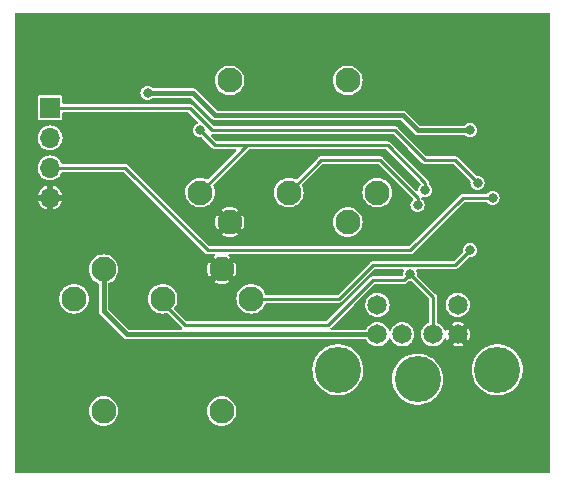
<source format=gbl>
G04 #@! TF.GenerationSoftware,KiCad,Pcbnew,(6.0.10)*
G04 #@! TF.CreationDate,2023-01-16T18:28:26-05:00*
G04 #@! TF.ProjectId,at2xt,61743278-742e-46b6-9963-61645f706362,rev?*
G04 #@! TF.SameCoordinates,PX9fdfbc0PY31a8670*
G04 #@! TF.FileFunction,Copper,L2,Bot*
G04 #@! TF.FilePolarity,Positive*
%FSLAX46Y46*%
G04 Gerber Fmt 4.6, Leading zero omitted, Abs format (unit mm)*
G04 Created by KiCad (PCBNEW (6.0.10)) date 2023-01-16 18:28:26*
%MOMM*%
%LPD*%
G01*
G04 APERTURE LIST*
G04 #@! TA.AperFunction,ComponentPad*
%ADD10C,2.100000*%
G04 #@! TD*
G04 #@! TA.AperFunction,ComponentPad*
%ADD11C,3.900000*%
G04 #@! TD*
G04 #@! TA.AperFunction,ComponentPad*
%ADD12C,1.650000*%
G04 #@! TD*
G04 #@! TA.AperFunction,ComponentPad*
%ADD13R,1.700000X1.700000*%
G04 #@! TD*
G04 #@! TA.AperFunction,ComponentPad*
%ADD14O,1.700000X1.700000*%
G04 #@! TD*
G04 #@! TA.AperFunction,ViaPad*
%ADD15C,0.800000*%
G04 #@! TD*
G04 #@! TA.AperFunction,Conductor*
%ADD16C,0.400000*%
G04 #@! TD*
G04 #@! TA.AperFunction,Conductor*
%ADD17C,0.250000*%
G04 #@! TD*
G04 APERTURE END LIST*
D10*
G04 #@! TO.P,J2,1*
G04 #@! TO.N,XTCLK*
X-29842500Y-15430000D03*
G04 #@! TO.P,J2,2*
G04 #@! TO.N,XTDAT*
X-22342500Y-15430000D03*
G04 #@! TO.P,J2,3*
G04 #@! TO.N,unconnected-(J2-Pad3)*
X-14842500Y-15430000D03*
G04 #@! TO.P,J2,4*
G04 #@! TO.N,GND*
X-27342500Y-17930000D03*
G04 #@! TO.P,J2,5*
G04 #@! TO.N,+5V*
X-17342500Y-17930000D03*
G04 #@! TO.P,J2,MP*
G04 #@! TO.N,N/C*
X-27342500Y-5930000D03*
X-17342500Y-5930000D03*
G04 #@! TD*
D11*
G04 #@! TO.P,J4,MP*
G04 #@! TO.N,N/C*
X-18180000Y-30430000D03*
X-11430000Y-31230000D03*
X-4680000Y-30430000D03*
D12*
G04 #@! TO.P,J4,6*
G04 #@! TO.N,unconnected-(J4-Pad6)*
X-14830000Y-24930000D03*
G04 #@! TO.P,J4,5*
G04 #@! TO.N,ATCLK*
X-8030000Y-24930000D03*
G04 #@! TO.P,J4,4*
G04 #@! TO.N,+5V*
X-14830000Y-27430000D03*
G04 #@! TO.P,J4,3*
G04 #@! TO.N,GND*
X-8030000Y-27430000D03*
G04 #@! TO.P,J4,2*
G04 #@! TO.N,unconnected-(J4-Pad2)*
X-12730000Y-27430000D03*
G04 #@! TO.P,J4,1*
G04 #@! TO.N,ATDAT*
X-10130000Y-27430000D03*
G04 #@! TD*
D10*
G04 #@! TO.P,J3,1*
G04 #@! TO.N,ATCLK*
X-25520000Y-24430000D03*
G04 #@! TO.P,J3,2*
G04 #@! TO.N,ATDAT*
X-33020000Y-24430000D03*
G04 #@! TO.P,J3,3*
G04 #@! TO.N,unconnected-(J3-Pad3)*
X-40520000Y-24430000D03*
G04 #@! TO.P,J3,4*
G04 #@! TO.N,GND*
X-28020000Y-21930000D03*
G04 #@! TO.P,J3,5*
G04 #@! TO.N,+5V*
X-38020000Y-21930000D03*
G04 #@! TO.P,J3,MP*
G04 #@! TO.N,N/C*
X-28020000Y-33930000D03*
X-38020000Y-33930000D03*
G04 #@! TD*
D13*
G04 #@! TO.P,J1,1,Pin_1*
G04 #@! TO.N,Net-(C3-Pad1)*
X-42545000Y-8255000D03*
D14*
G04 #@! TO.P,J1,2,Pin_2*
G04 #@! TO.N,+3.3V*
X-42545000Y-10795000D03*
G04 #@! TO.P,J1,3,Pin_3*
G04 #@! TO.N,Net-(J1-Pad3)*
X-42545000Y-13335000D03*
G04 #@! TO.P,J1,4,Pin_4*
G04 #@! TO.N,GND*
X-42545000Y-15875000D03*
G04 #@! TD*
D15*
G04 #@! TO.N,GND*
X-21590000Y-28575000D03*
X-40005000Y-5080000D03*
X-22225000Y-6985000D03*
X-4445000Y-3810000D03*
X-3810000Y-12700000D03*
X-10795000Y-8890000D03*
G04 #@! TO.N,+3.3V*
X-6985000Y-10160000D03*
G04 #@! TO.N,XTCLK*
X-29845000Y-10160000D03*
G04 #@! TO.N,+3.3V*
X-34290000Y-6985000D03*
G04 #@! TO.N,XTCLK*
X-10795000Y-15240000D03*
G04 #@! TO.N,XTDAT*
X-11430000Y-16510000D03*
G04 #@! TO.N,Net-(J1-Pad3)*
X-5080000Y-15875000D03*
G04 #@! TO.N,Net-(C3-Pad1)*
X-6350000Y-14605000D03*
G04 #@! TO.N,ATCLK*
X-6985000Y-20320000D03*
G04 #@! TO.N,ATDAT*
X-12065000Y-22314500D03*
G04 #@! TD*
D16*
G04 #@! TO.N,+3.3V*
X-28575000Y-8890000D02*
X-12700000Y-8890000D01*
X-34290000Y-6985000D02*
X-30480000Y-6985000D01*
X-12700000Y-8890000D02*
X-11430000Y-10160000D01*
X-30480000Y-6985000D02*
X-28575000Y-8890000D01*
X-11430000Y-10160000D02*
X-6985000Y-10160000D01*
G04 #@! TO.N,+5V*
X-38020000Y-25480000D02*
X-38020000Y-21930000D01*
X-36070000Y-27430000D02*
X-38020000Y-25480000D01*
X-14830000Y-27430000D02*
X-36070000Y-27430000D01*
D17*
G04 #@! TO.N,XTDAT*
X-19612500Y-12700000D02*
X-22342500Y-15430000D01*
X-11430000Y-15875000D02*
X-14605000Y-12700000D01*
X-14605000Y-12700000D02*
X-19612500Y-12700000D01*
X-11430000Y-16510000D02*
X-11430000Y-15875000D01*
G04 #@! TO.N,ATDAT*
X-10130000Y-24249500D02*
X-10130000Y-27430000D01*
X-12065000Y-22314500D02*
X-10130000Y-24249500D01*
G04 #@! TO.N,Net-(C3-Pad1)*
X-30724695Y-8255000D02*
X-42545000Y-8255000D01*
X-13335000Y-10160000D02*
X-28819695Y-10160000D01*
X-28819695Y-10160000D02*
X-30724695Y-8255000D01*
X-10795000Y-12700000D02*
X-13335000Y-10160000D01*
X-6350000Y-14605000D02*
X-8255000Y-12700000D01*
X-8255000Y-12700000D02*
X-10795000Y-12700000D01*
G04 #@! TO.N,ATDAT*
X-33020000Y-24765000D02*
X-33020000Y-24430000D01*
X-31115000Y-26670000D02*
X-33020000Y-24765000D01*
X-19050000Y-26670000D02*
X-31115000Y-26670000D01*
X-12610500Y-22860000D02*
X-15240000Y-22860000D01*
X-12065000Y-22314500D02*
X-12610500Y-22860000D01*
X-15240000Y-22860000D02*
X-19050000Y-26670000D01*
G04 #@! TO.N,XTCLK*
X-28575000Y-11430000D02*
X-25842500Y-11430000D01*
X-29845000Y-10160000D02*
X-28575000Y-11430000D01*
G04 #@! TO.N,Net-(J1-Pad3)*
X-36195000Y-13335000D02*
X-42545000Y-13335000D01*
X-29210000Y-20320000D02*
X-36195000Y-13335000D01*
G04 #@! TO.N,XTCLK*
X-10795000Y-14605000D02*
X-13970000Y-11430000D01*
X-25842500Y-11430000D02*
X-29842500Y-15430000D01*
X-10795000Y-15240000D02*
X-10795000Y-14605000D01*
X-13970000Y-11430000D02*
X-25842500Y-11430000D01*
G04 #@! TO.N,Net-(J1-Pad3)*
X-12065000Y-20320000D02*
X-29210000Y-20320000D01*
X-5080000Y-15875000D02*
X-7620000Y-15875000D01*
X-7620000Y-15875000D02*
X-12065000Y-20320000D01*
G04 #@! TO.N,ATCLK*
X-8255000Y-21590000D02*
X-11370000Y-21590000D01*
X-6985000Y-20320000D02*
X-8255000Y-21590000D01*
X-15240000Y-21590000D02*
X-11370000Y-21590000D01*
X-18080000Y-24430000D02*
X-15240000Y-21590000D01*
X-25520000Y-24430000D02*
X-18080000Y-24430000D01*
G04 #@! TD*
G04 #@! TA.AperFunction,Conductor*
G04 #@! TO.N,GND*
G36*
X-241309Y-219407D02*
G01*
X-205345Y-268907D01*
X-200500Y-299500D01*
X-200500Y-39070500D01*
X-219407Y-39128691D01*
X-268907Y-39164655D01*
X-299500Y-39169500D01*
X-45420500Y-39169500D01*
X-45478691Y-39150593D01*
X-45514655Y-39101093D01*
X-45519500Y-39070500D01*
X-45519500Y-33930000D01*
X-39275277Y-33930000D01*
X-39256207Y-34147977D01*
X-39199575Y-34359330D01*
X-39107102Y-34557638D01*
X-38981598Y-34736877D01*
X-38826877Y-34891598D01*
X-38647639Y-35017102D01*
X-38449330Y-35109575D01*
X-38362780Y-35132766D01*
X-38242154Y-35165088D01*
X-38242152Y-35165088D01*
X-38237977Y-35166207D01*
X-38020000Y-35185277D01*
X-37802023Y-35166207D01*
X-37797848Y-35165088D01*
X-37797846Y-35165088D01*
X-37677220Y-35132766D01*
X-37590670Y-35109575D01*
X-37392361Y-35017102D01*
X-37213123Y-34891598D01*
X-37058402Y-34736877D01*
X-36932898Y-34557638D01*
X-36840425Y-34359330D01*
X-36783793Y-34147977D01*
X-36764723Y-33930000D01*
X-29275277Y-33930000D01*
X-29256207Y-34147977D01*
X-29199575Y-34359330D01*
X-29107102Y-34557638D01*
X-28981598Y-34736877D01*
X-28826877Y-34891598D01*
X-28647639Y-35017102D01*
X-28449330Y-35109575D01*
X-28362780Y-35132766D01*
X-28242154Y-35165088D01*
X-28242152Y-35165088D01*
X-28237977Y-35166207D01*
X-28020000Y-35185277D01*
X-27802023Y-35166207D01*
X-27797848Y-35165088D01*
X-27797846Y-35165088D01*
X-27677220Y-35132766D01*
X-27590670Y-35109575D01*
X-27392361Y-35017102D01*
X-27213123Y-34891598D01*
X-27058402Y-34736877D01*
X-26932898Y-34557638D01*
X-26840425Y-34359330D01*
X-26783793Y-34147977D01*
X-26764723Y-33930000D01*
X-26783793Y-33712023D01*
X-26840425Y-33500670D01*
X-26932898Y-33302362D01*
X-27058402Y-33123123D01*
X-27213123Y-32968402D01*
X-27392361Y-32842898D01*
X-27590670Y-32750425D01*
X-27677220Y-32727234D01*
X-27797846Y-32694912D01*
X-27797848Y-32694912D01*
X-27802023Y-32693793D01*
X-28020000Y-32674723D01*
X-28237977Y-32693793D01*
X-28242152Y-32694912D01*
X-28242154Y-32694912D01*
X-28362780Y-32727234D01*
X-28449330Y-32750425D01*
X-28647638Y-32842898D01*
X-28826877Y-32968402D01*
X-28981598Y-33123123D01*
X-29107102Y-33302362D01*
X-29199575Y-33500670D01*
X-29256207Y-33712023D01*
X-29275277Y-33930000D01*
X-36764723Y-33930000D01*
X-36783793Y-33712023D01*
X-36840425Y-33500670D01*
X-36932898Y-33302362D01*
X-37058402Y-33123123D01*
X-37213123Y-32968402D01*
X-37392361Y-32842898D01*
X-37590670Y-32750425D01*
X-37677220Y-32727234D01*
X-37797846Y-32694912D01*
X-37797848Y-32694912D01*
X-37802023Y-32693793D01*
X-38020000Y-32674723D01*
X-38237977Y-32693793D01*
X-38242152Y-32694912D01*
X-38242154Y-32694912D01*
X-38362780Y-32727234D01*
X-38449330Y-32750425D01*
X-38647638Y-32842898D01*
X-38826877Y-32968402D01*
X-38981598Y-33123123D01*
X-39107102Y-33302362D01*
X-39199575Y-33500670D01*
X-39256207Y-33712023D01*
X-39275277Y-33930000D01*
X-45519500Y-33930000D01*
X-45519500Y-30407428D01*
X-20335407Y-30407428D01*
X-20335213Y-30410793D01*
X-20335213Y-30410797D01*
X-20321583Y-30647168D01*
X-20318528Y-30700159D01*
X-20262077Y-30987891D01*
X-20167099Y-31265300D01*
X-20035351Y-31527251D01*
X-19869271Y-31768900D01*
X-19867003Y-31771393D01*
X-19867001Y-31771395D01*
X-19795721Y-31849730D01*
X-19671932Y-31985772D01*
X-19446986Y-32173856D01*
X-19198595Y-32329672D01*
X-18931356Y-32450335D01*
X-18928126Y-32451292D01*
X-18928120Y-32451294D01*
X-18653445Y-32532656D01*
X-18653440Y-32532657D01*
X-18650213Y-32533613D01*
X-18447694Y-32564603D01*
X-18363704Y-32577455D01*
X-18363702Y-32577455D01*
X-18360370Y-32577965D01*
X-18356998Y-32578018D01*
X-18316911Y-32578648D01*
X-18067189Y-32582571D01*
X-18063853Y-32582167D01*
X-18063847Y-32582167D01*
X-17779438Y-32547750D01*
X-17779431Y-32547749D01*
X-17776095Y-32547345D01*
X-17492475Y-32472939D01*
X-17317438Y-32400436D01*
X-17224687Y-32362017D01*
X-17224685Y-32362016D01*
X-17221578Y-32360729D01*
X-17165370Y-32327884D01*
X-16971330Y-32214497D01*
X-16971324Y-32214493D01*
X-16968415Y-32212793D01*
X-16737672Y-32031867D01*
X-16533619Y-31821300D01*
X-16511426Y-31791089D01*
X-16463254Y-31725510D01*
X-16360030Y-31584988D01*
X-16350370Y-31567198D01*
X-16221728Y-31330267D01*
X-16220119Y-31327304D01*
X-16174822Y-31207428D01*
X-13585407Y-31207428D01*
X-13585213Y-31210793D01*
X-13585213Y-31210797D01*
X-13581391Y-31277072D01*
X-13568528Y-31500159D01*
X-13567880Y-31503462D01*
X-13516347Y-31766125D01*
X-13512077Y-31787891D01*
X-13417099Y-32065300D01*
X-13285351Y-32327251D01*
X-13119271Y-32568900D01*
X-13117003Y-32571393D01*
X-13117001Y-32571395D01*
X-13043877Y-32651757D01*
X-12921932Y-32785772D01*
X-12696986Y-32973856D01*
X-12448595Y-33129672D01*
X-12181356Y-33250335D01*
X-12178126Y-33251292D01*
X-12178120Y-33251294D01*
X-11903445Y-33332656D01*
X-11903440Y-33332657D01*
X-11900213Y-33333613D01*
X-11697694Y-33364603D01*
X-11613704Y-33377455D01*
X-11613702Y-33377455D01*
X-11610370Y-33377965D01*
X-11606998Y-33378018D01*
X-11566911Y-33378648D01*
X-11317189Y-33382571D01*
X-11313853Y-33382167D01*
X-11313847Y-33382167D01*
X-11029438Y-33347750D01*
X-11029431Y-33347749D01*
X-11026095Y-33347345D01*
X-10742475Y-33272939D01*
X-10471578Y-33160729D01*
X-10415370Y-33127884D01*
X-10221330Y-33014497D01*
X-10221324Y-33014493D01*
X-10218415Y-33012793D01*
X-9987672Y-32831867D01*
X-9783619Y-32621300D01*
X-9755169Y-32582571D01*
X-9658737Y-32451294D01*
X-9610030Y-32384988D01*
X-9597557Y-32362017D01*
X-9471728Y-32130267D01*
X-9470119Y-32127304D01*
X-9366474Y-31853015D01*
X-9305087Y-31584988D01*
X-9301766Y-31570488D01*
X-9301765Y-31570481D01*
X-9301013Y-31567198D01*
X-9297448Y-31527251D01*
X-9275120Y-31277072D01*
X-9275120Y-31277066D01*
X-9274948Y-31275142D01*
X-9274475Y-31230000D01*
X-9294418Y-30937462D01*
X-9299726Y-30911829D01*
X-9353196Y-30653633D01*
X-9353198Y-30653627D01*
X-9353879Y-30650337D01*
X-9361566Y-30628628D01*
X-9416603Y-30473211D01*
X-9439898Y-30407428D01*
X-6835407Y-30407428D01*
X-6835213Y-30410793D01*
X-6835213Y-30410797D01*
X-6821583Y-30647168D01*
X-6818528Y-30700159D01*
X-6762077Y-30987891D01*
X-6667099Y-31265300D01*
X-6535351Y-31527251D01*
X-6369271Y-31768900D01*
X-6367003Y-31771393D01*
X-6367001Y-31771395D01*
X-6295721Y-31849730D01*
X-6171932Y-31985772D01*
X-5946986Y-32173856D01*
X-5698595Y-32329672D01*
X-5431356Y-32450335D01*
X-5428126Y-32451292D01*
X-5428120Y-32451294D01*
X-5153445Y-32532656D01*
X-5153440Y-32532657D01*
X-5150213Y-32533613D01*
X-4947694Y-32564603D01*
X-4863704Y-32577455D01*
X-4863702Y-32577455D01*
X-4860370Y-32577965D01*
X-4856998Y-32578018D01*
X-4816911Y-32578648D01*
X-4567189Y-32582571D01*
X-4563853Y-32582167D01*
X-4563847Y-32582167D01*
X-4279438Y-32547750D01*
X-4279431Y-32547749D01*
X-4276095Y-32547345D01*
X-3992475Y-32472939D01*
X-3817438Y-32400436D01*
X-3724687Y-32362017D01*
X-3724685Y-32362016D01*
X-3721578Y-32360729D01*
X-3665370Y-32327884D01*
X-3471330Y-32214497D01*
X-3471324Y-32214493D01*
X-3468415Y-32212793D01*
X-3237672Y-32031867D01*
X-3033619Y-31821300D01*
X-3011426Y-31791089D01*
X-2963254Y-31725510D01*
X-2860030Y-31584988D01*
X-2850370Y-31567198D01*
X-2721728Y-31330267D01*
X-2720119Y-31327304D01*
X-2616474Y-31053015D01*
X-2589019Y-30933142D01*
X-2551766Y-30770488D01*
X-2551765Y-30770481D01*
X-2551013Y-30767198D01*
X-2540878Y-30653633D01*
X-2525120Y-30477072D01*
X-2525120Y-30477066D01*
X-2524948Y-30475142D01*
X-2524475Y-30430000D01*
X-2544418Y-30137462D01*
X-2602135Y-29858757D01*
X-2603196Y-29853633D01*
X-2603198Y-29853627D01*
X-2603879Y-29850337D01*
X-2611566Y-29828628D01*
X-2671745Y-29658690D01*
X-2701757Y-29573938D01*
X-2836241Y-29313380D01*
X-3004842Y-29073484D01*
X-3204442Y-28858690D01*
X-3220223Y-28845773D01*
X-3428732Y-28675110D01*
X-3428739Y-28675105D01*
X-3431345Y-28672972D01*
X-3681354Y-28519766D01*
X-3704939Y-28509413D01*
X-3946759Y-28403261D01*
X-3946763Y-28403259D01*
X-3949842Y-28401908D01*
X-4056744Y-28371456D01*
X-4228589Y-28322504D01*
X-4228594Y-28322503D01*
X-4231841Y-28321578D01*
X-4522133Y-28280264D01*
X-4525499Y-28280246D01*
X-4525504Y-28280246D01*
X-4657587Y-28279554D01*
X-4815347Y-28278728D01*
X-5106055Y-28317001D01*
X-5109312Y-28317892D01*
X-5109317Y-28317893D01*
X-5267015Y-28361034D01*
X-5388880Y-28394373D01*
X-5658588Y-28509413D01*
X-5910187Y-28659992D01*
X-6139023Y-28843324D01*
X-6340861Y-29056017D01*
X-6342829Y-29058756D01*
X-6342830Y-29058757D01*
X-6357193Y-29078746D01*
X-6511965Y-29294134D01*
X-6649170Y-29553269D01*
X-6749937Y-29828628D01*
X-6812401Y-30115114D01*
X-6835407Y-30407428D01*
X-9439898Y-30407428D01*
X-9451757Y-30373938D01*
X-9586241Y-30113380D01*
X-9754842Y-29873484D01*
X-9954442Y-29658690D01*
X-9970223Y-29645773D01*
X-10178732Y-29475110D01*
X-10178739Y-29475105D01*
X-10181345Y-29472972D01*
X-10431354Y-29319766D01*
X-10439058Y-29316384D01*
X-10696759Y-29203261D01*
X-10696763Y-29203259D01*
X-10699842Y-29201908D01*
X-10754539Y-29186327D01*
X-10978589Y-29122504D01*
X-10978594Y-29122503D01*
X-10981841Y-29121578D01*
X-11272133Y-29080264D01*
X-11275499Y-29080246D01*
X-11275504Y-29080246D01*
X-11407587Y-29079554D01*
X-11565347Y-29078728D01*
X-11856055Y-29117001D01*
X-11859312Y-29117892D01*
X-11859317Y-29117893D01*
X-12017015Y-29161034D01*
X-12138880Y-29194373D01*
X-12408588Y-29309413D01*
X-12660187Y-29459992D01*
X-12889023Y-29643324D01*
X-13090861Y-29856017D01*
X-13261965Y-30094134D01*
X-13399170Y-30353269D01*
X-13499937Y-30628628D01*
X-13562401Y-30915114D01*
X-13585407Y-31207428D01*
X-16174822Y-31207428D01*
X-16116474Y-31053015D01*
X-16089019Y-30933142D01*
X-16051766Y-30770488D01*
X-16051765Y-30770481D01*
X-16051013Y-30767198D01*
X-16040878Y-30653633D01*
X-16025120Y-30477072D01*
X-16025120Y-30477066D01*
X-16024948Y-30475142D01*
X-16024475Y-30430000D01*
X-16044418Y-30137462D01*
X-16102135Y-29858757D01*
X-16103196Y-29853633D01*
X-16103198Y-29853627D01*
X-16103879Y-29850337D01*
X-16111566Y-29828628D01*
X-16171745Y-29658690D01*
X-16201757Y-29573938D01*
X-16336241Y-29313380D01*
X-16504842Y-29073484D01*
X-16704442Y-28858690D01*
X-16720223Y-28845773D01*
X-16928732Y-28675110D01*
X-16928739Y-28675105D01*
X-16931345Y-28672972D01*
X-17181354Y-28519766D01*
X-17204939Y-28509413D01*
X-17446759Y-28403261D01*
X-17446763Y-28403259D01*
X-17449842Y-28401908D01*
X-17556744Y-28371456D01*
X-17728589Y-28322504D01*
X-17728594Y-28322503D01*
X-17731841Y-28321578D01*
X-18022133Y-28280264D01*
X-18025499Y-28280246D01*
X-18025504Y-28280246D01*
X-18157587Y-28279554D01*
X-18315347Y-28278728D01*
X-18606055Y-28317001D01*
X-18609312Y-28317892D01*
X-18609317Y-28317893D01*
X-18767015Y-28361034D01*
X-18888880Y-28394373D01*
X-19158588Y-28509413D01*
X-19410187Y-28659992D01*
X-19639023Y-28843324D01*
X-19840861Y-29056017D01*
X-19842829Y-29058756D01*
X-19842830Y-29058757D01*
X-19857193Y-29078746D01*
X-20011965Y-29294134D01*
X-20149170Y-29553269D01*
X-20249937Y-29828628D01*
X-20312401Y-30115114D01*
X-20335407Y-30407428D01*
X-45519500Y-30407428D01*
X-45519500Y-24430000D01*
X-41775277Y-24430000D01*
X-41756207Y-24647977D01*
X-41755088Y-24652152D01*
X-41755088Y-24652154D01*
X-41734269Y-24729849D01*
X-41699575Y-24859330D01*
X-41607102Y-25057638D01*
X-41481598Y-25236877D01*
X-41326877Y-25391598D01*
X-41211996Y-25472039D01*
X-41183475Y-25492009D01*
X-41147639Y-25517102D01*
X-40949330Y-25609575D01*
X-40862780Y-25632766D01*
X-40742154Y-25665088D01*
X-40742152Y-25665088D01*
X-40737977Y-25666207D01*
X-40520000Y-25685277D01*
X-40302023Y-25666207D01*
X-40297848Y-25665088D01*
X-40297846Y-25665088D01*
X-40177220Y-25632766D01*
X-40090670Y-25609575D01*
X-39892361Y-25517102D01*
X-39856524Y-25492009D01*
X-39828004Y-25472039D01*
X-39713123Y-25391598D01*
X-39558402Y-25236877D01*
X-39432898Y-25057638D01*
X-39340425Y-24859330D01*
X-39305731Y-24729849D01*
X-39284912Y-24652154D01*
X-39284912Y-24652152D01*
X-39283793Y-24647977D01*
X-39264723Y-24430000D01*
X-39283793Y-24212023D01*
X-39284963Y-24207654D01*
X-39317670Y-24085593D01*
X-39340425Y-24000670D01*
X-39432898Y-23802362D01*
X-39558402Y-23623123D01*
X-39713123Y-23468402D01*
X-39892361Y-23342898D01*
X-40090670Y-23250425D01*
X-40177220Y-23227234D01*
X-40297846Y-23194912D01*
X-40297848Y-23194912D01*
X-40302023Y-23193793D01*
X-40520000Y-23174723D01*
X-40737977Y-23193793D01*
X-40742152Y-23194912D01*
X-40742154Y-23194912D01*
X-40862780Y-23227234D01*
X-40949330Y-23250425D01*
X-41147638Y-23342898D01*
X-41326877Y-23468402D01*
X-41481598Y-23623123D01*
X-41607102Y-23802362D01*
X-41699575Y-24000670D01*
X-41722330Y-24085593D01*
X-41755036Y-24207654D01*
X-41756207Y-24212023D01*
X-41775277Y-24430000D01*
X-45519500Y-24430000D01*
X-45519500Y-21930000D01*
X-39275277Y-21930000D01*
X-39256207Y-22147977D01*
X-39199575Y-22359330D01*
X-39107102Y-22557638D01*
X-39104621Y-22561181D01*
X-39104620Y-22561183D01*
X-39062792Y-22620919D01*
X-38981598Y-22736877D01*
X-38826877Y-22891598D01*
X-38647639Y-23017102D01*
X-38519054Y-23077062D01*
X-38477661Y-23096364D01*
X-38432913Y-23138092D01*
X-38420500Y-23186088D01*
X-38420500Y-25543433D01*
X-38413045Y-25566375D01*
X-38409419Y-25581481D01*
X-38405646Y-25605304D01*
X-38394695Y-25626797D01*
X-38388752Y-25641143D01*
X-38381296Y-25664090D01*
X-38376715Y-25670395D01*
X-38367117Y-25683605D01*
X-38359002Y-25696846D01*
X-38348050Y-25718342D01*
X-38325487Y-25740905D01*
X-38325484Y-25740909D01*
X-36398050Y-27668342D01*
X-36308342Y-27758050D01*
X-36286844Y-27769004D01*
X-36273614Y-27777111D01*
X-36254090Y-27791296D01*
X-36246680Y-27793704D01*
X-36246679Y-27793704D01*
X-36231145Y-27798751D01*
X-36216796Y-27804695D01*
X-36195304Y-27815646D01*
X-36187608Y-27816865D01*
X-36171476Y-27819420D01*
X-36156373Y-27823046D01*
X-36140843Y-27828092D01*
X-36140840Y-27828093D01*
X-36133433Y-27830499D01*
X-36101523Y-27830499D01*
X-36101519Y-27830500D01*
X-15837653Y-27830500D01*
X-15779462Y-27849407D01*
X-15749601Y-27884247D01*
X-15696172Y-27988210D01*
X-15693161Y-27992009D01*
X-15574262Y-28142022D01*
X-15574259Y-28142025D01*
X-15571252Y-28145819D01*
X-15567565Y-28148957D01*
X-15567563Y-28148959D01*
X-15451599Y-28247652D01*
X-15418099Y-28276163D01*
X-15413877Y-28278523D01*
X-15413872Y-28278526D01*
X-15300751Y-28341746D01*
X-15242544Y-28374277D01*
X-15180695Y-28394373D01*
X-15055882Y-28434928D01*
X-15055879Y-28434929D01*
X-15051277Y-28436424D01*
X-14851580Y-28460236D01*
X-14846758Y-28459865D01*
X-14846755Y-28459865D01*
X-14780426Y-28454761D01*
X-14651062Y-28444807D01*
X-14457360Y-28390724D01*
X-14453047Y-28388545D01*
X-14453041Y-28388543D01*
X-14282172Y-28302231D01*
X-14282170Y-28302229D01*
X-14277851Y-28300048D01*
X-14253138Y-28280740D01*
X-14123188Y-28179213D01*
X-14123186Y-28179211D01*
X-14119373Y-28176232D01*
X-14116217Y-28172576D01*
X-14116212Y-28172571D01*
X-14040546Y-28084910D01*
X-13987963Y-28023992D01*
X-13888626Y-27849127D01*
X-13875502Y-27809674D01*
X-13839194Y-27760426D01*
X-13780872Y-27741925D01*
X-13722815Y-27761238D01*
X-13689517Y-27804474D01*
X-13689433Y-27804687D01*
X-13688099Y-27809338D01*
X-13596172Y-27988210D01*
X-13593161Y-27992009D01*
X-13474262Y-28142022D01*
X-13474259Y-28142025D01*
X-13471252Y-28145819D01*
X-13467565Y-28148957D01*
X-13467563Y-28148959D01*
X-13351599Y-28247652D01*
X-13318099Y-28276163D01*
X-13313877Y-28278523D01*
X-13313872Y-28278526D01*
X-13200751Y-28341746D01*
X-13142544Y-28374277D01*
X-13080695Y-28394373D01*
X-12955882Y-28434928D01*
X-12955879Y-28434929D01*
X-12951277Y-28436424D01*
X-12751580Y-28460236D01*
X-12746758Y-28459865D01*
X-12746755Y-28459865D01*
X-12680426Y-28454761D01*
X-12551062Y-28444807D01*
X-12357360Y-28390724D01*
X-12353047Y-28388545D01*
X-12353041Y-28388543D01*
X-12182172Y-28302231D01*
X-12182170Y-28302229D01*
X-12177851Y-28300048D01*
X-12153138Y-28280740D01*
X-12023188Y-28179213D01*
X-12023186Y-28179211D01*
X-12019373Y-28176232D01*
X-12016217Y-28172576D01*
X-12016212Y-28172571D01*
X-11940546Y-28084910D01*
X-11887963Y-28023992D01*
X-11788626Y-27849127D01*
X-11725146Y-27658297D01*
X-11724524Y-27653379D01*
X-11700288Y-27461524D01*
X-11699940Y-27458772D01*
X-11699538Y-27430000D01*
X-11719163Y-27229849D01*
X-11777290Y-27037321D01*
X-11839444Y-26920426D01*
X-11869433Y-26864025D01*
X-11869435Y-26864021D01*
X-11871706Y-26859751D01*
X-11998814Y-26703901D01*
X-12153773Y-26575708D01*
X-12263158Y-26516564D01*
X-12326426Y-26482355D01*
X-12326427Y-26482355D01*
X-12330680Y-26480055D01*
X-12405931Y-26456761D01*
X-12518176Y-26422015D01*
X-12518180Y-26422014D01*
X-12522797Y-26420585D01*
X-12527605Y-26420080D01*
X-12527608Y-26420079D01*
X-12717990Y-26400069D01*
X-12717992Y-26400069D01*
X-12722806Y-26399563D01*
X-12789453Y-26405628D01*
X-12918269Y-26417351D01*
X-12918273Y-26417352D01*
X-12923089Y-26417790D01*
X-12927731Y-26419156D01*
X-12927735Y-26419157D01*
X-13111371Y-26473204D01*
X-13111374Y-26473205D01*
X-13116018Y-26474572D01*
X-13154497Y-26494688D01*
X-13289946Y-26565499D01*
X-13289950Y-26565502D01*
X-13294243Y-26567746D01*
X-13298019Y-26570782D01*
X-13298022Y-26570784D01*
X-13447204Y-26690730D01*
X-13450976Y-26693763D01*
X-13454085Y-26697468D01*
X-13454088Y-26697471D01*
X-13577131Y-26844108D01*
X-13580248Y-26847823D01*
X-13582584Y-26852071D01*
X-13582584Y-26852072D01*
X-13603497Y-26890112D01*
X-13677134Y-27024058D01*
X-13678598Y-27028673D01*
X-13685034Y-27048962D01*
X-13720652Y-27098711D01*
X-13778710Y-27118024D01*
X-13837031Y-27099522D01*
X-13874176Y-27047636D01*
X-13875833Y-27042147D01*
X-13877290Y-27037321D01*
X-13939444Y-26920426D01*
X-13969433Y-26864025D01*
X-13969435Y-26864021D01*
X-13971706Y-26859751D01*
X-14098814Y-26703901D01*
X-14253773Y-26575708D01*
X-14363158Y-26516564D01*
X-14426426Y-26482355D01*
X-14426427Y-26482355D01*
X-14430680Y-26480055D01*
X-14505931Y-26456761D01*
X-14618176Y-26422015D01*
X-14618180Y-26422014D01*
X-14622797Y-26420585D01*
X-14627605Y-26420080D01*
X-14627608Y-26420079D01*
X-14817990Y-26400069D01*
X-14817992Y-26400069D01*
X-14822806Y-26399563D01*
X-14889453Y-26405628D01*
X-15018269Y-26417351D01*
X-15018273Y-26417352D01*
X-15023089Y-26417790D01*
X-15027731Y-26419156D01*
X-15027735Y-26419157D01*
X-15211371Y-26473204D01*
X-15211374Y-26473205D01*
X-15216018Y-26474572D01*
X-15254497Y-26494688D01*
X-15389946Y-26565499D01*
X-15389950Y-26565502D01*
X-15394243Y-26567746D01*
X-15398019Y-26570782D01*
X-15398022Y-26570784D01*
X-15547204Y-26690730D01*
X-15550976Y-26693763D01*
X-15554085Y-26697468D01*
X-15554088Y-26697471D01*
X-15677131Y-26844108D01*
X-15680248Y-26847823D01*
X-15682584Y-26852071D01*
X-15682584Y-26852072D01*
X-15751920Y-26978194D01*
X-15796522Y-27020078D01*
X-15838674Y-27029500D01*
X-18710166Y-27029500D01*
X-18768357Y-27010593D01*
X-18804321Y-26961093D01*
X-18804321Y-26899907D01*
X-18780170Y-26860496D01*
X-16835287Y-24915613D01*
X-15860362Y-24915613D01*
X-15859957Y-24920433D01*
X-15848435Y-25057638D01*
X-15843533Y-25116018D01*
X-15788099Y-25309338D01*
X-15696172Y-25488210D01*
X-15693161Y-25492009D01*
X-15574262Y-25642022D01*
X-15574259Y-25642025D01*
X-15571252Y-25645819D01*
X-15567565Y-25648957D01*
X-15567563Y-25648959D01*
X-15519447Y-25689909D01*
X-15418099Y-25776163D01*
X-15413877Y-25778523D01*
X-15413872Y-25778526D01*
X-15375362Y-25800048D01*
X-15242544Y-25874277D01*
X-15139114Y-25907884D01*
X-15055882Y-25934928D01*
X-15055879Y-25934929D01*
X-15051277Y-25936424D01*
X-14851580Y-25960236D01*
X-14846758Y-25959865D01*
X-14846755Y-25959865D01*
X-14780426Y-25954761D01*
X-14651062Y-25944807D01*
X-14457360Y-25890724D01*
X-14453047Y-25888545D01*
X-14453041Y-25888543D01*
X-14282172Y-25802231D01*
X-14282170Y-25802229D01*
X-14277851Y-25800048D01*
X-14202151Y-25740905D01*
X-14123188Y-25679213D01*
X-14123186Y-25679211D01*
X-14119373Y-25676232D01*
X-14116217Y-25672576D01*
X-14116212Y-25672571D01*
X-14024547Y-25566375D01*
X-13987963Y-25523992D01*
X-13888626Y-25349127D01*
X-13825146Y-25158297D01*
X-13799940Y-24958772D01*
X-13799538Y-24930000D01*
X-13816353Y-24758509D01*
X-13818691Y-24734659D01*
X-13818692Y-24734655D01*
X-13819163Y-24729849D01*
X-13825980Y-24707268D01*
X-13875892Y-24541953D01*
X-13877290Y-24537321D01*
X-13945069Y-24409848D01*
X-13969433Y-24364025D01*
X-13969435Y-24364021D01*
X-13971706Y-24359751D01*
X-14095596Y-24207846D01*
X-14095753Y-24207654D01*
X-14095754Y-24207653D01*
X-14098814Y-24203901D01*
X-14220443Y-24103281D01*
X-14250046Y-24078791D01*
X-14250048Y-24078790D01*
X-14253773Y-24075708D01*
X-14430680Y-23980055D01*
X-14492255Y-23960994D01*
X-14618176Y-23922015D01*
X-14618180Y-23922014D01*
X-14622797Y-23920585D01*
X-14627605Y-23920080D01*
X-14627608Y-23920079D01*
X-14817990Y-23900069D01*
X-14817992Y-23900069D01*
X-14822806Y-23899563D01*
X-14889453Y-23905628D01*
X-15018269Y-23917351D01*
X-15018273Y-23917352D01*
X-15023089Y-23917790D01*
X-15027731Y-23919156D01*
X-15027735Y-23919157D01*
X-15211371Y-23973204D01*
X-15211374Y-23973205D01*
X-15216018Y-23974572D01*
X-15226506Y-23980055D01*
X-15389946Y-24065499D01*
X-15389950Y-24065502D01*
X-15394243Y-24067746D01*
X-15398019Y-24070782D01*
X-15398022Y-24070784D01*
X-15532591Y-24178981D01*
X-15550976Y-24193763D01*
X-15554085Y-24197468D01*
X-15554088Y-24197471D01*
X-15677131Y-24344108D01*
X-15680248Y-24347823D01*
X-15682584Y-24352071D01*
X-15682584Y-24352072D01*
X-15689155Y-24364025D01*
X-15777134Y-24524058D01*
X-15778597Y-24528671D01*
X-15778599Y-24528675D01*
X-15782811Y-24541953D01*
X-15837944Y-24715755D01*
X-15838484Y-24720569D01*
X-15854488Y-24863250D01*
X-15860362Y-24915613D01*
X-16835287Y-24915613D01*
X-15134170Y-23214496D01*
X-15079653Y-23186719D01*
X-15064166Y-23185500D01*
X-12629034Y-23185500D01*
X-12620405Y-23185877D01*
X-12581693Y-23189264D01*
X-12572195Y-23186719D01*
X-12544151Y-23179204D01*
X-12535716Y-23177334D01*
X-12505983Y-23172092D01*
X-12505981Y-23172091D01*
X-12497455Y-23170588D01*
X-12489956Y-23166258D01*
X-12484471Y-23164262D01*
X-12479184Y-23161796D01*
X-12470816Y-23159554D01*
X-12438989Y-23137268D01*
X-12431705Y-23132627D01*
X-12423512Y-23127897D01*
X-12398045Y-23113194D01*
X-12373070Y-23083430D01*
X-12367236Y-23077062D01*
X-12227967Y-22937793D01*
X-12173450Y-22910016D01*
X-12145045Y-22909644D01*
X-12065000Y-22920182D01*
X-11984958Y-22909644D01*
X-11924799Y-22920794D01*
X-11902033Y-22937793D01*
X-10484496Y-24355331D01*
X-10456719Y-24409848D01*
X-10455500Y-24425335D01*
X-10455500Y-26383855D01*
X-10474407Y-26442046D01*
X-10516024Y-26474560D01*
X-10516018Y-26474572D01*
X-10516084Y-26474606D01*
X-10516086Y-26474608D01*
X-10520318Y-26476820D01*
X-10689946Y-26565499D01*
X-10689950Y-26565502D01*
X-10694243Y-26567746D01*
X-10698019Y-26570782D01*
X-10698022Y-26570784D01*
X-10847204Y-26690730D01*
X-10850976Y-26693763D01*
X-10854085Y-26697468D01*
X-10854088Y-26697471D01*
X-10977131Y-26844108D01*
X-10980248Y-26847823D01*
X-10982584Y-26852071D01*
X-10982584Y-26852072D01*
X-11003497Y-26890112D01*
X-11077134Y-27024058D01*
X-11078597Y-27028671D01*
X-11078599Y-27028675D01*
X-11101341Y-27100369D01*
X-11137944Y-27215755D01*
X-11160362Y-27415613D01*
X-11143533Y-27616018D01*
X-11088099Y-27809338D01*
X-10996172Y-27988210D01*
X-10993161Y-27992009D01*
X-10874262Y-28142022D01*
X-10874259Y-28142025D01*
X-10871252Y-28145819D01*
X-10867565Y-28148957D01*
X-10867563Y-28148959D01*
X-10751599Y-28247652D01*
X-10718099Y-28276163D01*
X-10713877Y-28278523D01*
X-10713872Y-28278526D01*
X-10600751Y-28341746D01*
X-10542544Y-28374277D01*
X-10480695Y-28394373D01*
X-10355882Y-28434928D01*
X-10355879Y-28434929D01*
X-10351277Y-28436424D01*
X-10151580Y-28460236D01*
X-10146758Y-28459865D01*
X-10146755Y-28459865D01*
X-10080426Y-28454761D01*
X-9951062Y-28444807D01*
X-9757360Y-28390724D01*
X-9753047Y-28388545D01*
X-9753041Y-28388543D01*
X-9600959Y-28311721D01*
X-8547239Y-28311721D01*
X-8540010Y-28319233D01*
X-8446567Y-28371456D01*
X-8437745Y-28375311D01*
X-8255774Y-28434437D01*
X-8246361Y-28436506D01*
X-8056372Y-28459161D01*
X-8046745Y-28459363D01*
X-7855977Y-28444684D01*
X-7846486Y-28443011D01*
X-7662202Y-28391557D01*
X-7653223Y-28388075D01*
X-7519668Y-28320611D01*
X-7511627Y-28312626D01*
X-7516819Y-28302391D01*
X-8018914Y-27800296D01*
X-8030797Y-27794242D01*
X-8035828Y-27795038D01*
X-8541762Y-28300972D01*
X-8547239Y-28311721D01*
X-9600959Y-28311721D01*
X-9582172Y-28302231D01*
X-9582170Y-28302229D01*
X-9577851Y-28300048D01*
X-9553138Y-28280740D01*
X-9423188Y-28179213D01*
X-9423186Y-28179211D01*
X-9419373Y-28176232D01*
X-9416217Y-28172576D01*
X-9416212Y-28172571D01*
X-9340546Y-28084910D01*
X-9287963Y-28023992D01*
X-9188626Y-27849127D01*
X-9187099Y-27844538D01*
X-9187098Y-27844536D01*
X-9175256Y-27808935D01*
X-9138948Y-27759687D01*
X-9080627Y-27741185D01*
X-9022569Y-27760498D01*
X-8989270Y-27803737D01*
X-8985421Y-27813459D01*
X-8920365Y-27940043D01*
X-8912238Y-27948114D01*
X-8902174Y-27942964D01*
X-8400296Y-27441086D01*
X-8395054Y-27430797D01*
X-7665758Y-27430797D01*
X-7664962Y-27435828D01*
X-7159143Y-27941647D01*
X-7148288Y-27947178D01*
X-7140880Y-27940099D01*
X-7091478Y-27853135D01*
X-7087557Y-27844328D01*
X-7027163Y-27662780D01*
X-7025028Y-27653379D01*
X-7000790Y-27461512D01*
X-7000403Y-27455983D01*
X-7000079Y-27432759D01*
X-7000309Y-27427261D01*
X-7019182Y-27234765D01*
X-7021057Y-27225302D01*
X-7076356Y-27042147D01*
X-7080026Y-27033242D01*
X-7140011Y-26920426D01*
X-7148428Y-26912298D01*
X-7158146Y-26917356D01*
X-7659704Y-27418914D01*
X-7665758Y-27430797D01*
X-8395054Y-27430797D01*
X-8394242Y-27429203D01*
X-8395038Y-27424172D01*
X-8901125Y-26918085D01*
X-8911767Y-26912663D01*
X-8919381Y-26920042D01*
X-8974340Y-27020012D01*
X-8978139Y-27028875D01*
X-8984778Y-27049806D01*
X-9020395Y-27099556D01*
X-9078452Y-27118870D01*
X-9136773Y-27100369D01*
X-9173918Y-27048487D01*
X-9175889Y-27041960D01*
X-9175892Y-27041953D01*
X-9177290Y-27037321D01*
X-9239444Y-26920426D01*
X-9269433Y-26864025D01*
X-9269435Y-26864021D01*
X-9271706Y-26859751D01*
X-9398814Y-26703901D01*
X-9553773Y-26575708D01*
X-9604805Y-26548115D01*
X-8547890Y-26548115D01*
X-8542786Y-26558004D01*
X-8041086Y-27059704D01*
X-8029203Y-27065758D01*
X-8024172Y-27064962D01*
X-7517895Y-26558685D01*
X-7512528Y-26548151D01*
X-7520057Y-26540436D01*
X-7626610Y-26482823D01*
X-7635500Y-26479086D01*
X-7818276Y-26422508D01*
X-7827710Y-26420571D01*
X-8017994Y-26400571D01*
X-8027632Y-26400504D01*
X-8218175Y-26417844D01*
X-8227639Y-26419650D01*
X-8411183Y-26473670D01*
X-8420124Y-26477283D01*
X-8539786Y-26539841D01*
X-8547890Y-26548115D01*
X-9604805Y-26548115D01*
X-9663158Y-26516564D01*
X-9726426Y-26482355D01*
X-9726427Y-26482355D01*
X-9730680Y-26480055D01*
X-9735297Y-26478626D01*
X-9739771Y-26476745D01*
X-9739291Y-26475603D01*
X-9784778Y-26443511D01*
X-9804500Y-26384214D01*
X-9804500Y-24915613D01*
X-9060362Y-24915613D01*
X-9059957Y-24920433D01*
X-9048435Y-25057638D01*
X-9043533Y-25116018D01*
X-8988099Y-25309338D01*
X-8896172Y-25488210D01*
X-8893161Y-25492009D01*
X-8774262Y-25642022D01*
X-8774259Y-25642025D01*
X-8771252Y-25645819D01*
X-8767565Y-25648957D01*
X-8767563Y-25648959D01*
X-8719447Y-25689909D01*
X-8618099Y-25776163D01*
X-8613877Y-25778523D01*
X-8613872Y-25778526D01*
X-8575362Y-25800048D01*
X-8442544Y-25874277D01*
X-8339114Y-25907884D01*
X-8255882Y-25934928D01*
X-8255879Y-25934929D01*
X-8251277Y-25936424D01*
X-8051580Y-25960236D01*
X-8046758Y-25959865D01*
X-8046755Y-25959865D01*
X-7980426Y-25954761D01*
X-7851062Y-25944807D01*
X-7657360Y-25890724D01*
X-7653047Y-25888545D01*
X-7653041Y-25888543D01*
X-7482172Y-25802231D01*
X-7482170Y-25802229D01*
X-7477851Y-25800048D01*
X-7402151Y-25740905D01*
X-7323188Y-25679213D01*
X-7323186Y-25679211D01*
X-7319373Y-25676232D01*
X-7316217Y-25672576D01*
X-7316212Y-25672571D01*
X-7224547Y-25566375D01*
X-7187963Y-25523992D01*
X-7088626Y-25349127D01*
X-7025146Y-25158297D01*
X-6999940Y-24958772D01*
X-6999538Y-24930000D01*
X-7016353Y-24758509D01*
X-7018691Y-24734659D01*
X-7018692Y-24734655D01*
X-7019163Y-24729849D01*
X-7025980Y-24707268D01*
X-7075892Y-24541953D01*
X-7077290Y-24537321D01*
X-7145069Y-24409848D01*
X-7169433Y-24364025D01*
X-7169435Y-24364021D01*
X-7171706Y-24359751D01*
X-7295596Y-24207846D01*
X-7295753Y-24207654D01*
X-7295754Y-24207653D01*
X-7298814Y-24203901D01*
X-7420443Y-24103281D01*
X-7450046Y-24078791D01*
X-7450048Y-24078790D01*
X-7453773Y-24075708D01*
X-7630680Y-23980055D01*
X-7692255Y-23960994D01*
X-7818176Y-23922015D01*
X-7818180Y-23922014D01*
X-7822797Y-23920585D01*
X-7827605Y-23920080D01*
X-7827608Y-23920079D01*
X-8017990Y-23900069D01*
X-8017992Y-23900069D01*
X-8022806Y-23899563D01*
X-8089453Y-23905628D01*
X-8218269Y-23917351D01*
X-8218273Y-23917352D01*
X-8223089Y-23917790D01*
X-8227731Y-23919156D01*
X-8227735Y-23919157D01*
X-8411371Y-23973204D01*
X-8411374Y-23973205D01*
X-8416018Y-23974572D01*
X-8426506Y-23980055D01*
X-8589946Y-24065499D01*
X-8589950Y-24065502D01*
X-8594243Y-24067746D01*
X-8598019Y-24070782D01*
X-8598022Y-24070784D01*
X-8732591Y-24178981D01*
X-8750976Y-24193763D01*
X-8754085Y-24197468D01*
X-8754088Y-24197471D01*
X-8877131Y-24344108D01*
X-8880248Y-24347823D01*
X-8882584Y-24352071D01*
X-8882584Y-24352072D01*
X-8889155Y-24364025D01*
X-8977134Y-24524058D01*
X-8978597Y-24528671D01*
X-8978599Y-24528675D01*
X-8982811Y-24541953D01*
X-9037944Y-24715755D01*
X-9038484Y-24720569D01*
X-9054488Y-24863250D01*
X-9060362Y-24915613D01*
X-9804500Y-24915613D01*
X-9804500Y-24268026D01*
X-9804123Y-24259398D01*
X-9801492Y-24229320D01*
X-9800737Y-24220693D01*
X-9802978Y-24212330D01*
X-9802978Y-24212327D01*
X-9810794Y-24183156D01*
X-9812663Y-24174728D01*
X-9817908Y-24144985D01*
X-9819412Y-24136455D01*
X-9823743Y-24128954D01*
X-9825742Y-24123460D01*
X-9828205Y-24118178D01*
X-9830446Y-24109816D01*
X-9852741Y-24077975D01*
X-9857364Y-24070719D01*
X-9876806Y-24037045D01*
X-9906565Y-24012074D01*
X-9912933Y-24006240D01*
X-11441707Y-22477467D01*
X-11469484Y-22422950D01*
X-11469856Y-22394545D01*
X-11459318Y-22314500D01*
X-11479956Y-22157738D01*
X-11485817Y-22143588D01*
X-11523594Y-22052385D01*
X-11528395Y-21991389D01*
X-11496425Y-21939220D01*
X-11439897Y-21915805D01*
X-11432130Y-21915500D01*
X-8273534Y-21915500D01*
X-8264905Y-21915877D01*
X-8226193Y-21919264D01*
X-8216695Y-21916719D01*
X-8188651Y-21909204D01*
X-8180216Y-21907334D01*
X-8150483Y-21902092D01*
X-8150481Y-21902091D01*
X-8141955Y-21900588D01*
X-8134456Y-21896258D01*
X-8128971Y-21894262D01*
X-8123684Y-21891796D01*
X-8115316Y-21889554D01*
X-8083489Y-21867268D01*
X-8076205Y-21862627D01*
X-8050047Y-21847525D01*
X-8042545Y-21843194D01*
X-8017560Y-21813419D01*
X-8011736Y-21807063D01*
X-7147967Y-20943294D01*
X-7093450Y-20915517D01*
X-7065042Y-20915145D01*
X-6991435Y-20924835D01*
X-6991434Y-20924835D01*
X-6985000Y-20925682D01*
X-6828238Y-20905044D01*
X-6682159Y-20844536D01*
X-6556718Y-20748282D01*
X-6460464Y-20622841D01*
X-6399956Y-20476762D01*
X-6379318Y-20320000D01*
X-6399956Y-20163238D01*
X-6460464Y-20017159D01*
X-6556718Y-19891718D01*
X-6682159Y-19795464D01*
X-6828238Y-19734956D01*
X-6985000Y-19714318D01*
X-7141762Y-19734956D01*
X-7287841Y-19795464D01*
X-7413282Y-19891718D01*
X-7509536Y-20017159D01*
X-7570044Y-20163238D01*
X-7590682Y-20320000D01*
X-7589835Y-20326434D01*
X-7589835Y-20326435D01*
X-7580145Y-20400042D01*
X-7591295Y-20460202D01*
X-7608294Y-20482967D01*
X-8360830Y-21235504D01*
X-8415347Y-21263281D01*
X-8430834Y-21264500D01*
X-15221465Y-21264500D01*
X-15230094Y-21264123D01*
X-15239718Y-21263281D01*
X-15268806Y-21260736D01*
X-15277170Y-21262977D01*
X-15306349Y-21270795D01*
X-15314778Y-21272664D01*
X-15328892Y-21275153D01*
X-15353045Y-21279412D01*
X-15360546Y-21283743D01*
X-15366036Y-21285741D01*
X-15371317Y-21288204D01*
X-15379684Y-21290446D01*
X-15409056Y-21311013D01*
X-15411511Y-21312732D01*
X-15418792Y-21317371D01*
X-15452455Y-21336806D01*
X-15458022Y-21343441D01*
X-15477431Y-21366571D01*
X-15483265Y-21372939D01*
X-18185830Y-24075504D01*
X-18240347Y-24103281D01*
X-18255834Y-24104500D01*
X-24236638Y-24104500D01*
X-24294829Y-24085593D01*
X-24332265Y-24031124D01*
X-24340425Y-24000670D01*
X-24432898Y-23802362D01*
X-24558402Y-23623123D01*
X-24713123Y-23468402D01*
X-24892361Y-23342898D01*
X-25090670Y-23250425D01*
X-25177220Y-23227234D01*
X-25297846Y-23194912D01*
X-25297848Y-23194912D01*
X-25302023Y-23193793D01*
X-25520000Y-23174723D01*
X-25737977Y-23193793D01*
X-25742152Y-23194912D01*
X-25742154Y-23194912D01*
X-25862780Y-23227234D01*
X-25949330Y-23250425D01*
X-26147638Y-23342898D01*
X-26326877Y-23468402D01*
X-26481598Y-23623123D01*
X-26607102Y-23802362D01*
X-26699575Y-24000670D01*
X-26722330Y-24085593D01*
X-26755036Y-24207654D01*
X-26756207Y-24212023D01*
X-26775277Y-24430000D01*
X-26756207Y-24647977D01*
X-26755088Y-24652152D01*
X-26755088Y-24652154D01*
X-26734269Y-24729849D01*
X-26699575Y-24859330D01*
X-26607102Y-25057638D01*
X-26481598Y-25236877D01*
X-26326877Y-25391598D01*
X-26211996Y-25472039D01*
X-26183475Y-25492009D01*
X-26147639Y-25517102D01*
X-25949330Y-25609575D01*
X-25862780Y-25632766D01*
X-25742154Y-25665088D01*
X-25742152Y-25665088D01*
X-25737977Y-25666207D01*
X-25520000Y-25685277D01*
X-25302023Y-25666207D01*
X-25297848Y-25665088D01*
X-25297846Y-25665088D01*
X-25177220Y-25632766D01*
X-25090670Y-25609575D01*
X-24892361Y-25517102D01*
X-24856524Y-25492009D01*
X-24828004Y-25472039D01*
X-24713123Y-25391598D01*
X-24558402Y-25236877D01*
X-24432898Y-25057638D01*
X-24340425Y-24859330D01*
X-24332265Y-24828876D01*
X-24298940Y-24777562D01*
X-24236638Y-24755500D01*
X-18098534Y-24755500D01*
X-18089905Y-24755877D01*
X-18051193Y-24759264D01*
X-18013650Y-24749204D01*
X-18005216Y-24747334D01*
X-17975483Y-24742092D01*
X-17975481Y-24742091D01*
X-17966955Y-24740588D01*
X-17959456Y-24736258D01*
X-17953971Y-24734262D01*
X-17948684Y-24731796D01*
X-17940316Y-24729554D01*
X-17908489Y-24707268D01*
X-17901205Y-24702627D01*
X-17867545Y-24683194D01*
X-17842569Y-24653429D01*
X-17836735Y-24647061D01*
X-15134170Y-21944496D01*
X-15079653Y-21916719D01*
X-15064166Y-21915500D01*
X-12697870Y-21915500D01*
X-12639679Y-21934407D01*
X-12603715Y-21983907D01*
X-12603715Y-22045093D01*
X-12606406Y-22052385D01*
X-12644183Y-22143588D01*
X-12650044Y-22157738D01*
X-12670682Y-22314500D01*
X-12660144Y-22394542D01*
X-12671294Y-22454701D01*
X-12688293Y-22477467D01*
X-12716330Y-22505504D01*
X-12770847Y-22533281D01*
X-12786334Y-22534500D01*
X-15221466Y-22534500D01*
X-15230095Y-22534123D01*
X-15260178Y-22531491D01*
X-15268807Y-22530736D01*
X-15277174Y-22532978D01*
X-15306349Y-22540796D01*
X-15314784Y-22542666D01*
X-15344517Y-22547908D01*
X-15344519Y-22547909D01*
X-15353045Y-22549412D01*
X-15360544Y-22553742D01*
X-15366029Y-22555738D01*
X-15371316Y-22558204D01*
X-15379684Y-22560446D01*
X-15409056Y-22581013D01*
X-15411511Y-22582732D01*
X-15418792Y-22587371D01*
X-15452455Y-22606806D01*
X-15458022Y-22613441D01*
X-15477431Y-22636571D01*
X-15483265Y-22642939D01*
X-19155830Y-26315504D01*
X-19210347Y-26343281D01*
X-19225834Y-26344500D01*
X-30939166Y-26344500D01*
X-30997357Y-26325593D01*
X-31009170Y-26315504D01*
X-32011768Y-25312906D01*
X-32039545Y-25258389D01*
X-32029974Y-25197957D01*
X-32022860Y-25186118D01*
X-31935380Y-25061183D01*
X-31935379Y-25061181D01*
X-31932898Y-25057638D01*
X-31840425Y-24859330D01*
X-31805731Y-24729849D01*
X-31784912Y-24652154D01*
X-31784912Y-24652152D01*
X-31783793Y-24647977D01*
X-31764723Y-24430000D01*
X-31783793Y-24212023D01*
X-31784963Y-24207654D01*
X-31817670Y-24085593D01*
X-31840425Y-24000670D01*
X-31932898Y-23802362D01*
X-32058402Y-23623123D01*
X-32213123Y-23468402D01*
X-32392361Y-23342898D01*
X-32590670Y-23250425D01*
X-32677220Y-23227234D01*
X-32797846Y-23194912D01*
X-32797848Y-23194912D01*
X-32802023Y-23193793D01*
X-33020000Y-23174723D01*
X-33237977Y-23193793D01*
X-33242152Y-23194912D01*
X-33242154Y-23194912D01*
X-33362780Y-23227234D01*
X-33449330Y-23250425D01*
X-33647638Y-23342898D01*
X-33826877Y-23468402D01*
X-33981598Y-23623123D01*
X-34107102Y-23802362D01*
X-34199575Y-24000670D01*
X-34222330Y-24085593D01*
X-34255036Y-24207654D01*
X-34256207Y-24212023D01*
X-34275277Y-24430000D01*
X-34256207Y-24647977D01*
X-34255088Y-24652152D01*
X-34255088Y-24652154D01*
X-34234269Y-24729849D01*
X-34199575Y-24859330D01*
X-34107102Y-25057638D01*
X-33981598Y-25236877D01*
X-33826877Y-25391598D01*
X-33711996Y-25472039D01*
X-33683475Y-25492009D01*
X-33647639Y-25517102D01*
X-33449330Y-25609575D01*
X-33362780Y-25632766D01*
X-33242154Y-25665088D01*
X-33242152Y-25665088D01*
X-33237977Y-25666207D01*
X-33020000Y-25685277D01*
X-32802023Y-25666207D01*
X-32797848Y-25665088D01*
X-32797846Y-25665088D01*
X-32681434Y-25633896D01*
X-32620332Y-25637099D01*
X-32585807Y-25659519D01*
X-31384830Y-26860496D01*
X-31357053Y-26915013D01*
X-31366624Y-26975445D01*
X-31409889Y-27018710D01*
X-31454834Y-27029500D01*
X-35863100Y-27029500D01*
X-35921291Y-27010593D01*
X-35933104Y-27000504D01*
X-37590504Y-25343103D01*
X-37618281Y-25288586D01*
X-37619500Y-25273099D01*
X-37619500Y-23186088D01*
X-37600593Y-23127897D01*
X-37562339Y-23096364D01*
X-37520946Y-23077062D01*
X-37392361Y-23017102D01*
X-37334021Y-22976252D01*
X-28701213Y-22976252D01*
X-28701115Y-22976874D01*
X-28696288Y-22982427D01*
X-28650933Y-23014185D01*
X-28643463Y-23018497D01*
X-28453078Y-23107275D01*
X-28444985Y-23110221D01*
X-28242056Y-23164595D01*
X-28233588Y-23166088D01*
X-28024309Y-23184398D01*
X-28015691Y-23184398D01*
X-27806412Y-23166088D01*
X-27797944Y-23164595D01*
X-27595015Y-23110221D01*
X-27586922Y-23107275D01*
X-27396537Y-23018497D01*
X-27389067Y-23014185D01*
X-27346599Y-22984448D01*
X-27338573Y-22973797D01*
X-27338561Y-22973165D01*
X-27342349Y-22966861D01*
X-28008914Y-22300296D01*
X-28020797Y-22294242D01*
X-28025828Y-22295038D01*
X-28695159Y-22964369D01*
X-28701213Y-22976252D01*
X-37334021Y-22976252D01*
X-37213123Y-22891598D01*
X-37058402Y-22736877D01*
X-36977208Y-22620919D01*
X-36935380Y-22561183D01*
X-36935379Y-22561181D01*
X-36932898Y-22557638D01*
X-36840425Y-22359330D01*
X-36783793Y-22147977D01*
X-36765100Y-21934309D01*
X-29274398Y-21934309D01*
X-29256088Y-22143588D01*
X-29254595Y-22152056D01*
X-29200221Y-22354985D01*
X-29197275Y-22363078D01*
X-29108496Y-22553465D01*
X-29104187Y-22560929D01*
X-29074448Y-22603402D01*
X-29063798Y-22611427D01*
X-29063166Y-22611438D01*
X-29056860Y-22607650D01*
X-28390296Y-21941086D01*
X-28385054Y-21930797D01*
X-27655758Y-21930797D01*
X-27654962Y-21935828D01*
X-26985631Y-22605159D01*
X-26973748Y-22611213D01*
X-26973126Y-22611115D01*
X-26967573Y-22606288D01*
X-26935813Y-22560929D01*
X-26931504Y-22553465D01*
X-26842725Y-22363078D01*
X-26839779Y-22354985D01*
X-26785405Y-22152056D01*
X-26783912Y-22143588D01*
X-26765602Y-21934309D01*
X-26765602Y-21925691D01*
X-26783912Y-21716412D01*
X-26785405Y-21707944D01*
X-26839779Y-21505015D01*
X-26842725Y-21496922D01*
X-26931504Y-21306535D01*
X-26935813Y-21299071D01*
X-26965552Y-21256598D01*
X-26976202Y-21248573D01*
X-26976834Y-21248562D01*
X-26983140Y-21252350D01*
X-27649704Y-21918914D01*
X-27655758Y-21930797D01*
X-28385054Y-21930797D01*
X-28384242Y-21929203D01*
X-28385038Y-21924172D01*
X-29054369Y-21254841D01*
X-29066252Y-21248787D01*
X-29066874Y-21248885D01*
X-29072427Y-21253712D01*
X-29104187Y-21299071D01*
X-29108496Y-21306535D01*
X-29197275Y-21496922D01*
X-29200221Y-21505015D01*
X-29254595Y-21707944D01*
X-29256088Y-21716412D01*
X-29274398Y-21925691D01*
X-29274398Y-21934309D01*
X-36765100Y-21934309D01*
X-36764723Y-21930000D01*
X-36783793Y-21712023D01*
X-36840425Y-21500670D01*
X-36932898Y-21302362D01*
X-36941241Y-21290446D01*
X-37055923Y-21126664D01*
X-37058402Y-21123123D01*
X-37213123Y-20968402D01*
X-37345726Y-20875552D01*
X-37388816Y-20845380D01*
X-37388818Y-20845379D01*
X-37392361Y-20842898D01*
X-37590670Y-20750425D01*
X-37677220Y-20727234D01*
X-37797846Y-20694912D01*
X-37797848Y-20694912D01*
X-37802023Y-20693793D01*
X-38020000Y-20674723D01*
X-38237977Y-20693793D01*
X-38242152Y-20694912D01*
X-38242154Y-20694912D01*
X-38362780Y-20727234D01*
X-38449330Y-20750425D01*
X-38647638Y-20842898D01*
X-38651181Y-20845379D01*
X-38651183Y-20845380D01*
X-38694273Y-20875552D01*
X-38826877Y-20968402D01*
X-38981598Y-21123123D01*
X-38984077Y-21126664D01*
X-39098758Y-21290446D01*
X-39107102Y-21302362D01*
X-39199575Y-21500670D01*
X-39256207Y-21712023D01*
X-39275277Y-21930000D01*
X-45519500Y-21930000D01*
X-45519500Y-16143222D01*
X-43560451Y-16143222D01*
X-43527326Y-16258743D01*
X-43523775Y-16267711D01*
X-43434081Y-16442236D01*
X-43428858Y-16450341D01*
X-43306963Y-16604134D01*
X-43300280Y-16611055D01*
X-43150836Y-16738241D01*
X-43142922Y-16743742D01*
X-42971627Y-16839475D01*
X-42962799Y-16843332D01*
X-42813912Y-16891708D01*
X-42802521Y-16891708D01*
X-42799000Y-16880871D01*
X-42799000Y-16878608D01*
X-42291000Y-16878608D01*
X-42287253Y-16890141D01*
X-42276921Y-16890357D01*
X-42168118Y-16859978D01*
X-42159138Y-16856496D01*
X-41983980Y-16768017D01*
X-41975845Y-16762854D01*
X-41821213Y-16642042D01*
X-41814229Y-16635391D01*
X-41686010Y-16486848D01*
X-41680454Y-16478973D01*
X-41583529Y-16308353D01*
X-41579608Y-16299546D01*
X-41527824Y-16143879D01*
X-41527745Y-16132612D01*
X-41538732Y-16129000D01*
X-42275320Y-16129000D01*
X-42288005Y-16133122D01*
X-42291000Y-16137243D01*
X-42291000Y-16878608D01*
X-42799000Y-16878608D01*
X-42799000Y-16144680D01*
X-42803122Y-16131995D01*
X-42807243Y-16129000D01*
X-43548849Y-16129000D01*
X-43560267Y-16132710D01*
X-43560451Y-16143222D01*
X-45519500Y-16143222D01*
X-45519500Y-15606053D01*
X-43561297Y-15606053D01*
X-43561216Y-15617570D01*
X-43550534Y-15621000D01*
X-42814680Y-15621000D01*
X-42801995Y-15616878D01*
X-42799000Y-15612757D01*
X-42799000Y-15605320D01*
X-42291000Y-15605320D01*
X-42286878Y-15618005D01*
X-42282757Y-15621000D01*
X-41540507Y-15621000D01*
X-41529319Y-15617365D01*
X-41529206Y-15606497D01*
X-41568131Y-15477572D01*
X-41571801Y-15468668D01*
X-41663928Y-15295401D01*
X-41669260Y-15287376D01*
X-41793284Y-15135307D01*
X-41800078Y-15128466D01*
X-41951279Y-15003381D01*
X-41959262Y-14997997D01*
X-42131886Y-14904660D01*
X-42140757Y-14900931D01*
X-42276023Y-14859059D01*
X-42287660Y-14859222D01*
X-42291000Y-14869750D01*
X-42291000Y-15605320D01*
X-42799000Y-15605320D01*
X-42799000Y-14870857D01*
X-42802673Y-14859553D01*
X-42813362Y-14859404D01*
X-42935593Y-14895378D01*
X-42944534Y-14898991D01*
X-43118427Y-14989899D01*
X-43126503Y-14995184D01*
X-43279429Y-15118140D01*
X-43286313Y-15124881D01*
X-43412449Y-15275205D01*
X-43417896Y-15283159D01*
X-43512427Y-15455111D01*
X-43516227Y-15463976D01*
X-43561297Y-15606053D01*
X-45519500Y-15606053D01*
X-45519500Y-13320262D01*
X-43600480Y-13320262D01*
X-43583241Y-13525553D01*
X-43526456Y-13723586D01*
X-43432288Y-13906818D01*
X-43304323Y-14068270D01*
X-43300643Y-14071402D01*
X-43300641Y-14071404D01*
X-43187983Y-14167283D01*
X-43147436Y-14201791D01*
X-43143213Y-14204151D01*
X-43143209Y-14204154D01*
X-43026298Y-14269493D01*
X-42967602Y-14302297D01*
X-42963004Y-14303791D01*
X-42776276Y-14364463D01*
X-42776274Y-14364464D01*
X-42771671Y-14365959D01*
X-42567106Y-14390351D01*
X-42562284Y-14389980D01*
X-42562281Y-14389980D01*
X-42494459Y-14384761D01*
X-42361700Y-14374546D01*
X-42163275Y-14319145D01*
X-42158962Y-14316966D01*
X-42158956Y-14316964D01*
X-41983711Y-14228441D01*
X-41983709Y-14228440D01*
X-41979390Y-14226258D01*
X-41944057Y-14198653D01*
X-41820865Y-14102406D01*
X-41820861Y-14102402D01*
X-41817049Y-14099424D01*
X-41804093Y-14084415D01*
X-41730641Y-13999318D01*
X-41682436Y-13943472D01*
X-41663769Y-13910613D01*
X-41583066Y-13768550D01*
X-41583065Y-13768547D01*
X-41580677Y-13764344D01*
X-41579152Y-13759760D01*
X-41579149Y-13759753D01*
X-41568671Y-13728252D01*
X-41532363Y-13679004D01*
X-41474732Y-13660500D01*
X-36370834Y-13660500D01*
X-36312643Y-13679407D01*
X-36300830Y-13689496D01*
X-29453269Y-20537057D01*
X-29447435Y-20543424D01*
X-29422455Y-20573194D01*
X-29388795Y-20592627D01*
X-29381511Y-20597268D01*
X-29349684Y-20619554D01*
X-29341316Y-20621796D01*
X-29336029Y-20624262D01*
X-29330544Y-20626258D01*
X-29323045Y-20630588D01*
X-29314519Y-20632091D01*
X-29314517Y-20632092D01*
X-29284784Y-20637334D01*
X-29276350Y-20639204D01*
X-29238807Y-20649264D01*
X-29200092Y-20645877D01*
X-29191463Y-20645500D01*
X-28669692Y-20645500D01*
X-28611501Y-20664407D01*
X-28575537Y-20713907D01*
X-28575537Y-20775093D01*
X-28611501Y-20824593D01*
X-28627852Y-20834224D01*
X-28643469Y-20841506D01*
X-28650929Y-20845813D01*
X-28693402Y-20875552D01*
X-28701427Y-20886202D01*
X-28701438Y-20886834D01*
X-28697650Y-20893140D01*
X-28031086Y-21559704D01*
X-28019203Y-21565758D01*
X-28014172Y-21564962D01*
X-27344841Y-20895631D01*
X-27338787Y-20883748D01*
X-27338885Y-20883126D01*
X-27343712Y-20877573D01*
X-27389067Y-20845815D01*
X-27396533Y-20841505D01*
X-27412147Y-20834224D01*
X-27456895Y-20792496D01*
X-27468569Y-20732434D01*
X-27442711Y-20676982D01*
X-27389196Y-20647319D01*
X-27370307Y-20645500D01*
X-12083534Y-20645500D01*
X-12074905Y-20645877D01*
X-12036193Y-20649264D01*
X-11998650Y-20639204D01*
X-11990216Y-20637334D01*
X-11960483Y-20632092D01*
X-11960481Y-20632091D01*
X-11951955Y-20630588D01*
X-11944456Y-20626258D01*
X-11938971Y-20624262D01*
X-11933684Y-20621796D01*
X-11925316Y-20619554D01*
X-11893489Y-20597268D01*
X-11886205Y-20592627D01*
X-11852545Y-20573194D01*
X-11827569Y-20543429D01*
X-11821735Y-20537061D01*
X-7514169Y-16229496D01*
X-7459652Y-16201719D01*
X-7444165Y-16200500D01*
X-5635970Y-16200500D01*
X-5577779Y-16219407D01*
X-5557429Y-16239232D01*
X-5508282Y-16303282D01*
X-5382841Y-16399536D01*
X-5236762Y-16460044D01*
X-5080000Y-16480682D01*
X-4923238Y-16460044D01*
X-4777159Y-16399536D01*
X-4651718Y-16303282D01*
X-4555464Y-16177841D01*
X-4494956Y-16031762D01*
X-4474318Y-15875000D01*
X-4494956Y-15718238D01*
X-4555464Y-15572159D01*
X-4651718Y-15446718D01*
X-4777159Y-15350464D01*
X-4923238Y-15289956D01*
X-5080000Y-15269318D01*
X-5236762Y-15289956D01*
X-5382841Y-15350464D01*
X-5508282Y-15446718D01*
X-5512236Y-15451871D01*
X-5557428Y-15510767D01*
X-5607852Y-15545423D01*
X-5635970Y-15549500D01*
X-7601474Y-15549500D01*
X-7610102Y-15549123D01*
X-7613424Y-15548832D01*
X-7648807Y-15545737D01*
X-7657170Y-15547978D01*
X-7657173Y-15547978D01*
X-7686344Y-15555794D01*
X-7694771Y-15557663D01*
X-7733045Y-15564412D01*
X-7740546Y-15568743D01*
X-7746040Y-15570742D01*
X-7751322Y-15573205D01*
X-7759684Y-15575446D01*
X-7766777Y-15580413D01*
X-7766778Y-15580413D01*
X-7791522Y-15597739D01*
X-7798781Y-15602364D01*
X-7832455Y-15621806D01*
X-7838025Y-15628444D01*
X-7857425Y-15651564D01*
X-7863259Y-15657932D01*
X-12170830Y-19965504D01*
X-12225347Y-19993281D01*
X-12240834Y-19994500D01*
X-29034166Y-19994500D01*
X-29092357Y-19975593D01*
X-29104170Y-19965504D01*
X-30093422Y-18976252D01*
X-28023713Y-18976252D01*
X-28023615Y-18976874D01*
X-28018788Y-18982427D01*
X-27973433Y-19014185D01*
X-27965963Y-19018497D01*
X-27775578Y-19107275D01*
X-27767485Y-19110221D01*
X-27564556Y-19164595D01*
X-27556088Y-19166088D01*
X-27346809Y-19184398D01*
X-27338191Y-19184398D01*
X-27128912Y-19166088D01*
X-27120444Y-19164595D01*
X-26917515Y-19110221D01*
X-26909422Y-19107275D01*
X-26719037Y-19018497D01*
X-26711567Y-19014185D01*
X-26669099Y-18984448D01*
X-26661073Y-18973797D01*
X-26661061Y-18973165D01*
X-26664849Y-18966861D01*
X-27331414Y-18300296D01*
X-27343297Y-18294242D01*
X-27348328Y-18295038D01*
X-28017659Y-18964369D01*
X-28023713Y-18976252D01*
X-30093422Y-18976252D01*
X-31135365Y-17934309D01*
X-28596898Y-17934309D01*
X-28578588Y-18143588D01*
X-28577095Y-18152056D01*
X-28522721Y-18354985D01*
X-28519775Y-18363078D01*
X-28430996Y-18553465D01*
X-28426687Y-18560929D01*
X-28396948Y-18603402D01*
X-28386298Y-18611427D01*
X-28385666Y-18611438D01*
X-28379360Y-18607650D01*
X-27712796Y-17941086D01*
X-27707554Y-17930797D01*
X-26978258Y-17930797D01*
X-26977462Y-17935828D01*
X-26308131Y-18605159D01*
X-26296248Y-18611213D01*
X-26295626Y-18611115D01*
X-26290073Y-18606288D01*
X-26258313Y-18560929D01*
X-26254004Y-18553465D01*
X-26165225Y-18363078D01*
X-26162279Y-18354985D01*
X-26107905Y-18152056D01*
X-26106412Y-18143588D01*
X-26088102Y-17934309D01*
X-26088102Y-17930000D01*
X-18597777Y-17930000D01*
X-18578707Y-18147977D01*
X-18522075Y-18359330D01*
X-18429602Y-18557638D01*
X-18304098Y-18736877D01*
X-18149377Y-18891598D01*
X-17970139Y-19017102D01*
X-17771830Y-19109575D01*
X-17685280Y-19132766D01*
X-17564654Y-19165088D01*
X-17564652Y-19165088D01*
X-17560477Y-19166207D01*
X-17342500Y-19185277D01*
X-17124523Y-19166207D01*
X-17120348Y-19165088D01*
X-17120346Y-19165088D01*
X-16999720Y-19132766D01*
X-16913170Y-19109575D01*
X-16714861Y-19017102D01*
X-16535623Y-18891598D01*
X-16380902Y-18736877D01*
X-16255398Y-18557638D01*
X-16162925Y-18359330D01*
X-16106293Y-18147977D01*
X-16087223Y-17930000D01*
X-16106293Y-17712023D01*
X-16162925Y-17500670D01*
X-16255398Y-17302362D01*
X-16380902Y-17123123D01*
X-16535623Y-16968402D01*
X-16714861Y-16842898D01*
X-16913170Y-16750425D01*
X-16999720Y-16727234D01*
X-17120346Y-16694912D01*
X-17120348Y-16694912D01*
X-17124523Y-16693793D01*
X-17342500Y-16674723D01*
X-17560477Y-16693793D01*
X-17564652Y-16694912D01*
X-17564654Y-16694912D01*
X-17685280Y-16727234D01*
X-17771830Y-16750425D01*
X-17970138Y-16842898D01*
X-18149377Y-16968402D01*
X-18304098Y-17123123D01*
X-18429602Y-17302362D01*
X-18522075Y-17500670D01*
X-18578707Y-17712023D01*
X-18597777Y-17930000D01*
X-26088102Y-17930000D01*
X-26088102Y-17925691D01*
X-26106412Y-17716412D01*
X-26107905Y-17707944D01*
X-26162279Y-17505015D01*
X-26165225Y-17496922D01*
X-26254004Y-17306535D01*
X-26258313Y-17299071D01*
X-26288052Y-17256598D01*
X-26298702Y-17248573D01*
X-26299334Y-17248562D01*
X-26305640Y-17252350D01*
X-26972204Y-17918914D01*
X-26978258Y-17930797D01*
X-27707554Y-17930797D01*
X-27706742Y-17929203D01*
X-27707538Y-17924172D01*
X-28376869Y-17254841D01*
X-28388752Y-17248787D01*
X-28389374Y-17248885D01*
X-28394927Y-17253712D01*
X-28426687Y-17299071D01*
X-28430996Y-17306535D01*
X-28519775Y-17496922D01*
X-28522721Y-17505015D01*
X-28577095Y-17707944D01*
X-28578588Y-17716412D01*
X-28596898Y-17925691D01*
X-28596898Y-17934309D01*
X-31135365Y-17934309D01*
X-32182840Y-16886834D01*
X-28023938Y-16886834D01*
X-28020150Y-16893140D01*
X-27353586Y-17559704D01*
X-27341703Y-17565758D01*
X-27336672Y-17564962D01*
X-26667341Y-16895631D01*
X-26661287Y-16883748D01*
X-26661385Y-16883126D01*
X-26666212Y-16877573D01*
X-26711567Y-16845815D01*
X-26719037Y-16841503D01*
X-26909422Y-16752725D01*
X-26917515Y-16749779D01*
X-27120444Y-16695405D01*
X-27128912Y-16693912D01*
X-27338191Y-16675602D01*
X-27346809Y-16675602D01*
X-27556088Y-16693912D01*
X-27564556Y-16695405D01*
X-27767485Y-16749779D01*
X-27775578Y-16752725D01*
X-27965965Y-16841504D01*
X-27973429Y-16845813D01*
X-28015902Y-16875552D01*
X-28023927Y-16886202D01*
X-28023938Y-16886834D01*
X-32182840Y-16886834D01*
X-35951731Y-13117943D01*
X-35957566Y-13111575D01*
X-35958118Y-13110917D01*
X-35982545Y-13081806D01*
X-36016208Y-13062371D01*
X-36023489Y-13057732D01*
X-36028111Y-13054496D01*
X-36055316Y-13035446D01*
X-36063684Y-13033204D01*
X-36068971Y-13030738D01*
X-36074456Y-13028742D01*
X-36081955Y-13024412D01*
X-36090481Y-13022909D01*
X-36090483Y-13022908D01*
X-36120216Y-13017666D01*
X-36128651Y-13015796D01*
X-36157826Y-13007978D01*
X-36166193Y-13005736D01*
X-36174822Y-13006491D01*
X-36204905Y-13009123D01*
X-36213534Y-13009500D01*
X-41472369Y-13009500D01*
X-41530560Y-12990593D01*
X-41565335Y-12941659D01*
X-41565821Y-12941859D01*
X-41566688Y-12939756D01*
X-41567143Y-12939116D01*
X-41569065Y-12932749D01*
X-41665782Y-12750849D01*
X-41795989Y-12591200D01*
X-41926854Y-12482939D01*
X-41950998Y-12462965D01*
X-41951000Y-12462964D01*
X-41954725Y-12459882D01*
X-42085057Y-12389412D01*
X-42131691Y-12364197D01*
X-42131692Y-12364197D01*
X-42135945Y-12361897D01*
X-42199145Y-12342333D01*
X-42328125Y-12302407D01*
X-42328129Y-12302406D01*
X-42332746Y-12300977D01*
X-42337554Y-12300472D01*
X-42337557Y-12300471D01*
X-42532815Y-12279949D01*
X-42532817Y-12279949D01*
X-42537631Y-12279443D01*
X-42597646Y-12284905D01*
X-42737978Y-12297675D01*
X-42737983Y-12297676D01*
X-42742797Y-12298114D01*
X-42940428Y-12356280D01*
X-42944712Y-12358519D01*
X-42944713Y-12358520D01*
X-42989463Y-12381915D01*
X-43122998Y-12451726D01*
X-43126769Y-12454758D01*
X-43279780Y-12577781D01*
X-43279783Y-12577783D01*
X-43283553Y-12580815D01*
X-43286667Y-12584526D01*
X-43286668Y-12584527D01*
X-43295415Y-12594952D01*
X-43415976Y-12738630D01*
X-43418311Y-12742878D01*
X-43418312Y-12742879D01*
X-43425045Y-12755126D01*
X-43515224Y-12919162D01*
X-43516687Y-12923775D01*
X-43516689Y-12923779D01*
X-43550150Y-13029263D01*
X-43577516Y-13115532D01*
X-43600480Y-13320262D01*
X-45519500Y-13320262D01*
X-45519500Y-10780262D01*
X-43600480Y-10780262D01*
X-43583241Y-10985553D01*
X-43581908Y-10990201D01*
X-43581908Y-10990202D01*
X-43529641Y-11172477D01*
X-43526456Y-11183586D01*
X-43432288Y-11366818D01*
X-43304323Y-11528270D01*
X-43300643Y-11531402D01*
X-43300641Y-11531404D01*
X-43187983Y-11627283D01*
X-43147436Y-11661791D01*
X-43143213Y-11664151D01*
X-43143209Y-11664154D01*
X-43035076Y-11724587D01*
X-42967602Y-11762297D01*
X-42963004Y-11763791D01*
X-42776276Y-11824463D01*
X-42776274Y-11824464D01*
X-42771671Y-11825959D01*
X-42567106Y-11850351D01*
X-42562284Y-11849980D01*
X-42562281Y-11849980D01*
X-42494459Y-11844761D01*
X-42361700Y-11834546D01*
X-42163275Y-11779145D01*
X-42158962Y-11776966D01*
X-42158956Y-11776964D01*
X-41983711Y-11688441D01*
X-41983709Y-11688440D01*
X-41979390Y-11686258D01*
X-41944057Y-11658653D01*
X-41820865Y-11562406D01*
X-41820861Y-11562402D01*
X-41817049Y-11559424D01*
X-41682436Y-11403472D01*
X-41663769Y-11370613D01*
X-41583066Y-11228550D01*
X-41583065Y-11228547D01*
X-41580677Y-11224344D01*
X-41567118Y-11183586D01*
X-41517176Y-11033454D01*
X-41517176Y-11033452D01*
X-41515649Y-11028863D01*
X-41489829Y-10824474D01*
X-41489417Y-10795000D01*
X-41491333Y-10775454D01*
X-41509048Y-10594780D01*
X-41509049Y-10594776D01*
X-41509520Y-10589970D01*
X-41518417Y-10560500D01*
X-41562892Y-10413194D01*
X-41569065Y-10392749D01*
X-41665782Y-10210849D01*
X-41795989Y-10051200D01*
X-41930542Y-9939888D01*
X-41950998Y-9922965D01*
X-41951000Y-9922964D01*
X-41954725Y-9919882D01*
X-42085057Y-9849412D01*
X-42131691Y-9824197D01*
X-42131692Y-9824197D01*
X-42135945Y-9821897D01*
X-42199145Y-9802333D01*
X-42328125Y-9762407D01*
X-42328129Y-9762406D01*
X-42332746Y-9760977D01*
X-42337554Y-9760472D01*
X-42337557Y-9760471D01*
X-42532815Y-9739949D01*
X-42532817Y-9739949D01*
X-42537631Y-9739443D01*
X-42597646Y-9744905D01*
X-42737978Y-9757675D01*
X-42737983Y-9757676D01*
X-42742797Y-9758114D01*
X-42940428Y-9816280D01*
X-42944712Y-9818519D01*
X-42944713Y-9818520D01*
X-42989463Y-9841915D01*
X-43122998Y-9911726D01*
X-43126769Y-9914758D01*
X-43279780Y-10037781D01*
X-43279783Y-10037783D01*
X-43283553Y-10040815D01*
X-43286667Y-10044526D01*
X-43286668Y-10044527D01*
X-43388960Y-10166434D01*
X-43415976Y-10198630D01*
X-43418311Y-10202878D01*
X-43418312Y-10202879D01*
X-43425045Y-10215126D01*
X-43515224Y-10379162D01*
X-43516687Y-10383775D01*
X-43516689Y-10383779D01*
X-43566913Y-10542108D01*
X-43577516Y-10575532D01*
X-43578056Y-10580344D01*
X-43578056Y-10580345D01*
X-43598913Y-10766294D01*
X-43600480Y-10780262D01*
X-45519500Y-10780262D01*
X-45519500Y-9124748D01*
X-43595500Y-9124748D01*
X-43583867Y-9183231D01*
X-43539552Y-9249552D01*
X-43473231Y-9293867D01*
X-43463668Y-9295769D01*
X-43463666Y-9295770D01*
X-43440995Y-9300279D01*
X-43414748Y-9305500D01*
X-41675252Y-9305500D01*
X-41649005Y-9300279D01*
X-41626334Y-9295770D01*
X-41626332Y-9295769D01*
X-41616769Y-9293867D01*
X-41550448Y-9249552D01*
X-41506133Y-9183231D01*
X-41494500Y-9124748D01*
X-41494500Y-8679500D01*
X-41475593Y-8621309D01*
X-41426093Y-8585345D01*
X-41395500Y-8580500D01*
X-30900529Y-8580500D01*
X-30842338Y-8599407D01*
X-30830525Y-8609496D01*
X-30009871Y-9430150D01*
X-29982094Y-9484667D01*
X-29991665Y-9545099D01*
X-30034930Y-9588364D01*
X-30041989Y-9591618D01*
X-30115428Y-9622038D01*
X-30147841Y-9635464D01*
X-30273282Y-9731718D01*
X-30369536Y-9857159D01*
X-30430044Y-10003238D01*
X-30450682Y-10160000D01*
X-30430044Y-10316762D01*
X-30369536Y-10462841D01*
X-30273282Y-10588282D01*
X-30147841Y-10684536D01*
X-30001762Y-10745044D01*
X-29845000Y-10765682D01*
X-29764958Y-10755144D01*
X-29704799Y-10766294D01*
X-29682033Y-10783293D01*
X-29245572Y-11219755D01*
X-28818258Y-11647069D01*
X-28812435Y-11653424D01*
X-28787455Y-11683194D01*
X-28753781Y-11702636D01*
X-28746525Y-11707259D01*
X-28714684Y-11729554D01*
X-28706322Y-11731795D01*
X-28701040Y-11734258D01*
X-28695546Y-11736257D01*
X-28688045Y-11740588D01*
X-28649772Y-11747337D01*
X-28641344Y-11749206D01*
X-28612173Y-11757022D01*
X-28612170Y-11757022D01*
X-28603807Y-11759263D01*
X-28565104Y-11755877D01*
X-28556475Y-11755500D01*
X-26867335Y-11755500D01*
X-26809144Y-11774407D01*
X-26773180Y-11823907D01*
X-26773180Y-11885093D01*
X-26797331Y-11924504D01*
X-29166433Y-14293606D01*
X-29220950Y-14321383D01*
X-29278276Y-14313326D01*
X-29409246Y-14252254D01*
X-29409254Y-14252251D01*
X-29413170Y-14250425D01*
X-29585855Y-14204154D01*
X-29620346Y-14194912D01*
X-29620348Y-14194912D01*
X-29624523Y-14193793D01*
X-29842500Y-14174723D01*
X-30060477Y-14193793D01*
X-30064652Y-14194912D01*
X-30064654Y-14194912D01*
X-30099145Y-14204154D01*
X-30271830Y-14250425D01*
X-30470138Y-14342898D01*
X-30649377Y-14468402D01*
X-30804098Y-14623123D01*
X-30929602Y-14802362D01*
X-31022075Y-15000670D01*
X-31078707Y-15212023D01*
X-31097777Y-15430000D01*
X-31078707Y-15647977D01*
X-31077588Y-15652152D01*
X-31077588Y-15652154D01*
X-31059881Y-15718238D01*
X-31022075Y-15859330D01*
X-30929602Y-16057638D01*
X-30927121Y-16061181D01*
X-30927120Y-16061183D01*
X-30909133Y-16086871D01*
X-30804098Y-16236877D01*
X-30649377Y-16391598D01*
X-30565483Y-16450341D01*
X-30489470Y-16503566D01*
X-30470139Y-16517102D01*
X-30271830Y-16609575D01*
X-30185280Y-16632766D01*
X-30064654Y-16665088D01*
X-30064652Y-16665088D01*
X-30060477Y-16666207D01*
X-29842500Y-16685277D01*
X-29624523Y-16666207D01*
X-29620348Y-16665088D01*
X-29620346Y-16665088D01*
X-29499720Y-16632766D01*
X-29413170Y-16609575D01*
X-29214861Y-16517102D01*
X-29195529Y-16503566D01*
X-29119517Y-16450341D01*
X-29035623Y-16391598D01*
X-28880902Y-16236877D01*
X-28775867Y-16086871D01*
X-28757880Y-16061183D01*
X-28757879Y-16061181D01*
X-28755398Y-16057638D01*
X-28662925Y-15859330D01*
X-28625119Y-15718238D01*
X-28607412Y-15652154D01*
X-28607412Y-15652152D01*
X-28606293Y-15647977D01*
X-28587223Y-15430000D01*
X-28606293Y-15212023D01*
X-28662925Y-15000670D01*
X-28706212Y-14907841D01*
X-28725827Y-14865776D01*
X-28733284Y-14805047D01*
X-28706107Y-14753933D01*
X-25736669Y-11784496D01*
X-25682152Y-11756719D01*
X-25666665Y-11755500D01*
X-14145834Y-11755500D01*
X-14087643Y-11774407D01*
X-14075830Y-11784496D01*
X-11204271Y-14656055D01*
X-11176494Y-14710572D01*
X-11186065Y-14771004D01*
X-11214007Y-14804601D01*
X-11223282Y-14811718D01*
X-11319536Y-14937159D01*
X-11380044Y-15083238D01*
X-11396822Y-15210682D01*
X-11398210Y-15221225D01*
X-11424551Y-15276450D01*
X-11478321Y-15305645D01*
X-11538983Y-15297659D01*
X-11566367Y-15278307D01*
X-14361731Y-12482943D01*
X-14367566Y-12476575D01*
X-14386978Y-12453441D01*
X-14392545Y-12446806D01*
X-14426208Y-12427371D01*
X-14433489Y-12422732D01*
X-14435944Y-12421013D01*
X-14465316Y-12400446D01*
X-14473684Y-12398204D01*
X-14478971Y-12395738D01*
X-14484456Y-12393742D01*
X-14491955Y-12389412D01*
X-14500481Y-12387909D01*
X-14500483Y-12387908D01*
X-14530216Y-12382666D01*
X-14538651Y-12380796D01*
X-14567826Y-12372978D01*
X-14576193Y-12370736D01*
X-14584822Y-12371491D01*
X-14614905Y-12374123D01*
X-14623534Y-12374500D01*
X-19593966Y-12374500D01*
X-19602595Y-12374123D01*
X-19632678Y-12371491D01*
X-19641307Y-12370736D01*
X-19649674Y-12372978D01*
X-19678849Y-12380796D01*
X-19687284Y-12382666D01*
X-19717017Y-12387908D01*
X-19717019Y-12387909D01*
X-19725545Y-12389412D01*
X-19733044Y-12393742D01*
X-19738529Y-12395738D01*
X-19743816Y-12398204D01*
X-19752184Y-12400446D01*
X-19781556Y-12421013D01*
X-19784011Y-12422732D01*
X-19791292Y-12427371D01*
X-19824955Y-12446806D01*
X-19833996Y-12457581D01*
X-19849931Y-12476571D01*
X-19855765Y-12482939D01*
X-21666433Y-14293607D01*
X-21720950Y-14321384D01*
X-21778276Y-14313327D01*
X-21909250Y-14252253D01*
X-21909249Y-14252253D01*
X-21913170Y-14250425D01*
X-22085855Y-14204154D01*
X-22120346Y-14194912D01*
X-22120348Y-14194912D01*
X-22124523Y-14193793D01*
X-22342500Y-14174723D01*
X-22560477Y-14193793D01*
X-22564652Y-14194912D01*
X-22564654Y-14194912D01*
X-22599145Y-14204154D01*
X-22771830Y-14250425D01*
X-22970138Y-14342898D01*
X-23149377Y-14468402D01*
X-23304098Y-14623123D01*
X-23429602Y-14802362D01*
X-23522075Y-15000670D01*
X-23578707Y-15212023D01*
X-23597777Y-15430000D01*
X-23578707Y-15647977D01*
X-23577588Y-15652152D01*
X-23577588Y-15652154D01*
X-23559881Y-15718238D01*
X-23522075Y-15859330D01*
X-23429602Y-16057638D01*
X-23427121Y-16061181D01*
X-23427120Y-16061183D01*
X-23409133Y-16086871D01*
X-23304098Y-16236877D01*
X-23149377Y-16391598D01*
X-23065483Y-16450341D01*
X-22989470Y-16503566D01*
X-22970139Y-16517102D01*
X-22771830Y-16609575D01*
X-22685280Y-16632766D01*
X-22564654Y-16665088D01*
X-22564652Y-16665088D01*
X-22560477Y-16666207D01*
X-22342500Y-16685277D01*
X-22124523Y-16666207D01*
X-22120348Y-16665088D01*
X-22120346Y-16665088D01*
X-21999720Y-16632766D01*
X-21913170Y-16609575D01*
X-21714861Y-16517102D01*
X-21695529Y-16503566D01*
X-21619517Y-16450341D01*
X-21535623Y-16391598D01*
X-21380902Y-16236877D01*
X-21275867Y-16086871D01*
X-21257880Y-16061183D01*
X-21257879Y-16061181D01*
X-21255398Y-16057638D01*
X-21162925Y-15859330D01*
X-21125119Y-15718238D01*
X-21107412Y-15652154D01*
X-21107412Y-15652152D01*
X-21106293Y-15647977D01*
X-21087223Y-15430000D01*
X-16097777Y-15430000D01*
X-16078707Y-15647977D01*
X-16077588Y-15652152D01*
X-16077588Y-15652154D01*
X-16059881Y-15718238D01*
X-16022075Y-15859330D01*
X-15929602Y-16057638D01*
X-15927121Y-16061181D01*
X-15927120Y-16061183D01*
X-15909133Y-16086871D01*
X-15804098Y-16236877D01*
X-15649377Y-16391598D01*
X-15565483Y-16450341D01*
X-15489470Y-16503566D01*
X-15470139Y-16517102D01*
X-15271830Y-16609575D01*
X-15185280Y-16632766D01*
X-15064654Y-16665088D01*
X-15064652Y-16665088D01*
X-15060477Y-16666207D01*
X-14842500Y-16685277D01*
X-14624523Y-16666207D01*
X-14620348Y-16665088D01*
X-14620346Y-16665088D01*
X-14499720Y-16632766D01*
X-14413170Y-16609575D01*
X-14214861Y-16517102D01*
X-14195529Y-16503566D01*
X-14119517Y-16450341D01*
X-14035623Y-16391598D01*
X-13880902Y-16236877D01*
X-13775867Y-16086871D01*
X-13757880Y-16061183D01*
X-13757879Y-16061181D01*
X-13755398Y-16057638D01*
X-13662925Y-15859330D01*
X-13625119Y-15718238D01*
X-13607412Y-15652154D01*
X-13607412Y-15652152D01*
X-13606293Y-15647977D01*
X-13587223Y-15430000D01*
X-13606293Y-15212023D01*
X-13662925Y-15000670D01*
X-13755398Y-14802362D01*
X-13880902Y-14623123D01*
X-14035623Y-14468402D01*
X-14181108Y-14366532D01*
X-14211316Y-14345380D01*
X-14211318Y-14345379D01*
X-14214861Y-14342898D01*
X-14413170Y-14250425D01*
X-14585855Y-14204154D01*
X-14620346Y-14194912D01*
X-14620348Y-14194912D01*
X-14624523Y-14193793D01*
X-14842500Y-14174723D01*
X-15060477Y-14193793D01*
X-15064652Y-14194912D01*
X-15064654Y-14194912D01*
X-15099145Y-14204154D01*
X-15271830Y-14250425D01*
X-15470138Y-14342898D01*
X-15649377Y-14468402D01*
X-15804098Y-14623123D01*
X-15929602Y-14802362D01*
X-16022075Y-15000670D01*
X-16078707Y-15212023D01*
X-16097777Y-15430000D01*
X-21087223Y-15430000D01*
X-21106293Y-15212023D01*
X-21162925Y-15000670D01*
X-21206212Y-14907841D01*
X-21225827Y-14865776D01*
X-21233284Y-14805047D01*
X-21206107Y-14753933D01*
X-19506670Y-13054496D01*
X-19452153Y-13026719D01*
X-19436666Y-13025500D01*
X-14780834Y-13025500D01*
X-14722643Y-13044407D01*
X-14710830Y-13054496D01*
X-11839271Y-15926055D01*
X-11811494Y-15980572D01*
X-11821065Y-16041004D01*
X-11849007Y-16074601D01*
X-11858282Y-16081718D01*
X-11954536Y-16207159D01*
X-12015044Y-16353238D01*
X-12035682Y-16510000D01*
X-12015044Y-16666762D01*
X-11954536Y-16812841D01*
X-11858282Y-16938282D01*
X-11732841Y-17034536D01*
X-11586762Y-17095044D01*
X-11430000Y-17115682D01*
X-11273238Y-17095044D01*
X-11127159Y-17034536D01*
X-11001718Y-16938282D01*
X-10905464Y-16812841D01*
X-10844956Y-16666762D01*
X-10824318Y-16510000D01*
X-10844956Y-16353238D01*
X-10905464Y-16207159D01*
X-11001718Y-16081718D01*
X-11065767Y-16032571D01*
X-11100423Y-15982148D01*
X-11104500Y-15954030D01*
X-11104500Y-15909942D01*
X-11085593Y-15851751D01*
X-11036093Y-15815787D01*
X-10974907Y-15815787D01*
X-10967615Y-15818478D01*
X-10957762Y-15822559D01*
X-10957760Y-15822560D01*
X-10951762Y-15825044D01*
X-10795000Y-15845682D01*
X-10638238Y-15825044D01*
X-10492159Y-15764536D01*
X-10366718Y-15668282D01*
X-10270464Y-15542841D01*
X-10209956Y-15396762D01*
X-10189318Y-15240000D01*
X-10209956Y-15083238D01*
X-10270464Y-14937159D01*
X-10366718Y-14811718D01*
X-10430767Y-14762571D01*
X-10465423Y-14712148D01*
X-10469500Y-14684030D01*
X-10469500Y-14623534D01*
X-10469123Y-14614905D01*
X-10466491Y-14584822D01*
X-10465736Y-14576193D01*
X-10475796Y-14538650D01*
X-10477666Y-14530216D01*
X-10482908Y-14500483D01*
X-10482909Y-14500481D01*
X-10484412Y-14491955D01*
X-10488742Y-14484456D01*
X-10490738Y-14478971D01*
X-10493204Y-14473684D01*
X-10495446Y-14465316D01*
X-10517732Y-14433489D01*
X-10522373Y-14426205D01*
X-10537477Y-14400044D01*
X-10541806Y-14392545D01*
X-10571571Y-14367569D01*
X-10577939Y-14361735D01*
X-13726731Y-11212943D01*
X-13732566Y-11206575D01*
X-13757545Y-11176806D01*
X-13791208Y-11157371D01*
X-13798489Y-11152732D01*
X-13800944Y-11151013D01*
X-13830316Y-11130446D01*
X-13838684Y-11128204D01*
X-13843971Y-11125738D01*
X-13849456Y-11123742D01*
X-13856955Y-11119412D01*
X-13865481Y-11117909D01*
X-13865483Y-11117908D01*
X-13895216Y-11112666D01*
X-13903651Y-11110796D01*
X-13932826Y-11102978D01*
X-13941193Y-11100736D01*
X-13975447Y-11103733D01*
X-13979905Y-11104123D01*
X-13988534Y-11104500D01*
X-25823974Y-11104500D01*
X-25832602Y-11104123D01*
X-25835924Y-11103832D01*
X-25871307Y-11100737D01*
X-25879671Y-11102978D01*
X-25888303Y-11103733D01*
X-25888351Y-11103179D01*
X-25898386Y-11104500D01*
X-28399165Y-11104500D01*
X-28457356Y-11085593D01*
X-28469169Y-11075504D01*
X-28888640Y-10656033D01*
X-28916417Y-10601516D01*
X-28906846Y-10541084D01*
X-28863581Y-10497819D01*
X-28827264Y-10487406D01*
X-28809786Y-10485877D01*
X-28801158Y-10485500D01*
X-13510834Y-10485500D01*
X-13452643Y-10504407D01*
X-13440830Y-10514496D01*
X-12230740Y-11724587D01*
X-11038258Y-12917069D01*
X-11032435Y-12923424D01*
X-11007455Y-12953194D01*
X-10999958Y-12957523D01*
X-10999956Y-12957524D01*
X-10973794Y-12972628D01*
X-10966516Y-12977264D01*
X-10934684Y-12999553D01*
X-10926318Y-13001795D01*
X-10921027Y-13004262D01*
X-10915550Y-13006255D01*
X-10908045Y-13010588D01*
X-10878962Y-13015716D01*
X-10869769Y-13017337D01*
X-10861343Y-13019205D01*
X-10823807Y-13029263D01*
X-10785104Y-13025877D01*
X-10776475Y-13025500D01*
X-8430834Y-13025500D01*
X-8372643Y-13044407D01*
X-8360830Y-13054496D01*
X-6973293Y-14442033D01*
X-6945516Y-14496550D01*
X-6945144Y-14524955D01*
X-6955682Y-14605000D01*
X-6935044Y-14761762D01*
X-6874536Y-14907841D01*
X-6778282Y-15033282D01*
X-6652841Y-15129536D01*
X-6506762Y-15190044D01*
X-6350000Y-15210682D01*
X-6193238Y-15190044D01*
X-6047159Y-15129536D01*
X-5921718Y-15033282D01*
X-5825464Y-14907841D01*
X-5764956Y-14761762D01*
X-5744318Y-14605000D01*
X-5764956Y-14448238D01*
X-5825464Y-14302159D01*
X-5921718Y-14176718D01*
X-6047159Y-14080464D01*
X-6193238Y-14019956D01*
X-6350000Y-13999318D01*
X-6430042Y-14009856D01*
X-6490201Y-13998706D01*
X-6512967Y-13981707D01*
X-8011731Y-12482943D01*
X-8017566Y-12476575D01*
X-8036978Y-12453441D01*
X-8042545Y-12446806D01*
X-8076208Y-12427371D01*
X-8083489Y-12422732D01*
X-8085944Y-12421013D01*
X-8115316Y-12400446D01*
X-8123684Y-12398204D01*
X-8128971Y-12395738D01*
X-8134456Y-12393742D01*
X-8141955Y-12389412D01*
X-8150481Y-12387909D01*
X-8150483Y-12387908D01*
X-8180216Y-12382666D01*
X-8188651Y-12380796D01*
X-8217826Y-12372978D01*
X-8226193Y-12370736D01*
X-8234822Y-12371491D01*
X-8264905Y-12374123D01*
X-8273534Y-12374500D01*
X-10619165Y-12374500D01*
X-10677356Y-12355593D01*
X-10689169Y-12345504D01*
X-13091731Y-9942943D01*
X-13097566Y-9936575D01*
X-13115873Y-9914758D01*
X-13122545Y-9906806D01*
X-13156208Y-9887371D01*
X-13163489Y-9882732D01*
X-13165944Y-9881013D01*
X-13195316Y-9860446D01*
X-13203684Y-9858204D01*
X-13208971Y-9855738D01*
X-13214456Y-9853742D01*
X-13221955Y-9849412D01*
X-13230481Y-9847909D01*
X-13230483Y-9847908D01*
X-13260216Y-9842666D01*
X-13268651Y-9840796D01*
X-13297826Y-9832978D01*
X-13306193Y-9830736D01*
X-13314822Y-9831491D01*
X-13344905Y-9834123D01*
X-13353534Y-9834500D01*
X-28643861Y-9834500D01*
X-28702052Y-9815593D01*
X-28713865Y-9805504D01*
X-30481426Y-8037943D01*
X-30487261Y-8031575D01*
X-30512240Y-8001806D01*
X-30545903Y-7982371D01*
X-30553184Y-7977732D01*
X-30555639Y-7976013D01*
X-30585011Y-7955446D01*
X-30593379Y-7953204D01*
X-30598666Y-7950738D01*
X-30604151Y-7948742D01*
X-30611650Y-7944412D01*
X-30620176Y-7942909D01*
X-30620178Y-7942908D01*
X-30649911Y-7937666D01*
X-30658346Y-7935796D01*
X-30687521Y-7927978D01*
X-30695888Y-7925736D01*
X-30704517Y-7926491D01*
X-30734600Y-7929123D01*
X-30743229Y-7929500D01*
X-41395500Y-7929500D01*
X-41453691Y-7910593D01*
X-41489655Y-7861093D01*
X-41494500Y-7830500D01*
X-41494500Y-7385252D01*
X-41506133Y-7326769D01*
X-41550448Y-7260448D01*
X-41616769Y-7216133D01*
X-41626332Y-7214231D01*
X-41626334Y-7214230D01*
X-41649005Y-7209721D01*
X-41675252Y-7204500D01*
X-43414748Y-7204500D01*
X-43440995Y-7209721D01*
X-43463666Y-7214230D01*
X-43463668Y-7214231D01*
X-43473231Y-7216133D01*
X-43539552Y-7260448D01*
X-43583867Y-7326769D01*
X-43595500Y-7385252D01*
X-43595500Y-9124748D01*
X-45519500Y-9124748D01*
X-45519500Y-6985000D01*
X-34895682Y-6985000D01*
X-34875044Y-7141762D01*
X-34814536Y-7287841D01*
X-34718282Y-7413282D01*
X-34592841Y-7509536D01*
X-34446762Y-7570044D01*
X-34290000Y-7590682D01*
X-34133238Y-7570044D01*
X-33987159Y-7509536D01*
X-33861718Y-7413282D01*
X-33861699Y-7413257D01*
X-33809614Y-7386719D01*
X-33794127Y-7385500D01*
X-30686901Y-7385500D01*
X-30628710Y-7404407D01*
X-30616897Y-7414496D01*
X-28835909Y-9195484D01*
X-28835905Y-9195487D01*
X-28813342Y-9218050D01*
X-28806405Y-9221584D01*
X-28806403Y-9221586D01*
X-28791849Y-9229001D01*
X-28778610Y-9237113D01*
X-28759089Y-9251296D01*
X-28751684Y-9253702D01*
X-28751680Y-9253704D01*
X-28736145Y-9258751D01*
X-28721799Y-9264694D01*
X-28700304Y-9275646D01*
X-28692611Y-9276864D01*
X-28692609Y-9276865D01*
X-28676481Y-9279419D01*
X-28661380Y-9283044D01*
X-28638433Y-9290500D01*
X-12906901Y-9290500D01*
X-12848710Y-9309407D01*
X-12836897Y-9319496D01*
X-12295946Y-9860446D01*
X-11668342Y-10488050D01*
X-11646844Y-10499004D01*
X-11633614Y-10507111D01*
X-11614090Y-10521296D01*
X-11606680Y-10523704D01*
X-11606679Y-10523704D01*
X-11591145Y-10528751D01*
X-11576796Y-10534695D01*
X-11555304Y-10545646D01*
X-11547608Y-10546865D01*
X-11531476Y-10549420D01*
X-11516373Y-10553046D01*
X-11500843Y-10558092D01*
X-11500840Y-10558093D01*
X-11493433Y-10560499D01*
X-11461523Y-10560499D01*
X-11461519Y-10560500D01*
X-7480873Y-10560500D01*
X-7422682Y-10579407D01*
X-7415167Y-10585825D01*
X-7413282Y-10588282D01*
X-7287841Y-10684536D01*
X-7141762Y-10745044D01*
X-6985000Y-10765682D01*
X-6828238Y-10745044D01*
X-6682159Y-10684536D01*
X-6556718Y-10588282D01*
X-6460464Y-10462841D01*
X-6399956Y-10316762D01*
X-6379318Y-10160000D01*
X-6399956Y-10003238D01*
X-6460464Y-9857159D01*
X-6556718Y-9731718D01*
X-6682159Y-9635464D01*
X-6828238Y-9574956D01*
X-6985000Y-9554318D01*
X-7141762Y-9574956D01*
X-7287841Y-9635464D01*
X-7413282Y-9731718D01*
X-7413301Y-9731743D01*
X-7465386Y-9758281D01*
X-7480873Y-9759500D01*
X-11223100Y-9759500D01*
X-11281291Y-9740593D01*
X-11293104Y-9730504D01*
X-12439084Y-8584523D01*
X-12439091Y-8584516D01*
X-12439095Y-8584513D01*
X-12461658Y-8561950D01*
X-12483154Y-8550998D01*
X-12496395Y-8542883D01*
X-12509605Y-8533285D01*
X-12515910Y-8528704D01*
X-12538857Y-8521248D01*
X-12553203Y-8515305D01*
X-12574696Y-8504354D01*
X-12582389Y-8503136D01*
X-12582391Y-8503135D01*
X-12598519Y-8500581D01*
X-12613620Y-8496956D01*
X-12636567Y-8489500D01*
X-28368099Y-8489500D01*
X-28426290Y-8470593D01*
X-28438103Y-8460504D01*
X-30219091Y-6679516D01*
X-30219095Y-6679513D01*
X-30241658Y-6656950D01*
X-30263154Y-6645998D01*
X-30276395Y-6637883D01*
X-30289605Y-6628285D01*
X-30295910Y-6623704D01*
X-30318857Y-6616248D01*
X-30333203Y-6610305D01*
X-30354696Y-6599354D01*
X-30362389Y-6598136D01*
X-30362391Y-6598135D01*
X-30378519Y-6595581D01*
X-30393620Y-6591956D01*
X-30416567Y-6584500D01*
X-33794127Y-6584500D01*
X-33852318Y-6565593D01*
X-33859833Y-6559175D01*
X-33861718Y-6556718D01*
X-33987159Y-6460464D01*
X-34133238Y-6399956D01*
X-34290000Y-6379318D01*
X-34446762Y-6399956D01*
X-34592841Y-6460464D01*
X-34718282Y-6556718D01*
X-34814536Y-6682159D01*
X-34875044Y-6828238D01*
X-34895682Y-6985000D01*
X-45519500Y-6985000D01*
X-45519500Y-5930000D01*
X-28597777Y-5930000D01*
X-28578707Y-6147977D01*
X-28522075Y-6359330D01*
X-28429602Y-6557638D01*
X-28304098Y-6736877D01*
X-28149377Y-6891598D01*
X-27970139Y-7017102D01*
X-27771830Y-7109575D01*
X-27685280Y-7132766D01*
X-27564654Y-7165088D01*
X-27564652Y-7165088D01*
X-27560477Y-7166207D01*
X-27342500Y-7185277D01*
X-27124523Y-7166207D01*
X-27120348Y-7165088D01*
X-27120346Y-7165088D01*
X-26999720Y-7132766D01*
X-26913170Y-7109575D01*
X-26714861Y-7017102D01*
X-26535623Y-6891598D01*
X-26380902Y-6736877D01*
X-26255398Y-6557638D01*
X-26162925Y-6359330D01*
X-26106293Y-6147977D01*
X-26087223Y-5930000D01*
X-18597777Y-5930000D01*
X-18578707Y-6147977D01*
X-18522075Y-6359330D01*
X-18429602Y-6557638D01*
X-18304098Y-6736877D01*
X-18149377Y-6891598D01*
X-17970139Y-7017102D01*
X-17771830Y-7109575D01*
X-17685280Y-7132766D01*
X-17564654Y-7165088D01*
X-17564652Y-7165088D01*
X-17560477Y-7166207D01*
X-17342500Y-7185277D01*
X-17124523Y-7166207D01*
X-17120348Y-7165088D01*
X-17120346Y-7165088D01*
X-16999720Y-7132766D01*
X-16913170Y-7109575D01*
X-16714861Y-7017102D01*
X-16535623Y-6891598D01*
X-16380902Y-6736877D01*
X-16255398Y-6557638D01*
X-16162925Y-6359330D01*
X-16106293Y-6147977D01*
X-16087223Y-5930000D01*
X-16106293Y-5712023D01*
X-16162925Y-5500670D01*
X-16255398Y-5302362D01*
X-16380902Y-5123123D01*
X-16535623Y-4968402D01*
X-16714861Y-4842898D01*
X-16913170Y-4750425D01*
X-16999720Y-4727234D01*
X-17120346Y-4694912D01*
X-17120348Y-4694912D01*
X-17124523Y-4693793D01*
X-17342500Y-4674723D01*
X-17560477Y-4693793D01*
X-17564652Y-4694912D01*
X-17564654Y-4694912D01*
X-17685280Y-4727234D01*
X-17771830Y-4750425D01*
X-17970138Y-4842898D01*
X-18149377Y-4968402D01*
X-18304098Y-5123123D01*
X-18429602Y-5302362D01*
X-18522075Y-5500670D01*
X-18578707Y-5712023D01*
X-18597777Y-5930000D01*
X-26087223Y-5930000D01*
X-26106293Y-5712023D01*
X-26162925Y-5500670D01*
X-26255398Y-5302362D01*
X-26380902Y-5123123D01*
X-26535623Y-4968402D01*
X-26714861Y-4842898D01*
X-26913170Y-4750425D01*
X-26999720Y-4727234D01*
X-27120346Y-4694912D01*
X-27120348Y-4694912D01*
X-27124523Y-4693793D01*
X-27342500Y-4674723D01*
X-27560477Y-4693793D01*
X-27564652Y-4694912D01*
X-27564654Y-4694912D01*
X-27685280Y-4727234D01*
X-27771830Y-4750425D01*
X-27970138Y-4842898D01*
X-28149377Y-4968402D01*
X-28304098Y-5123123D01*
X-28429602Y-5302362D01*
X-28522075Y-5500670D01*
X-28578707Y-5712023D01*
X-28597777Y-5930000D01*
X-45519500Y-5930000D01*
X-45519500Y-299500D01*
X-45500593Y-241309D01*
X-45451093Y-205345D01*
X-45420500Y-200500D01*
X-299500Y-200500D01*
X-241309Y-219407D01*
G37*
G04 #@! TD.AperFunction*
G04 #@! TD*
M02*

</source>
